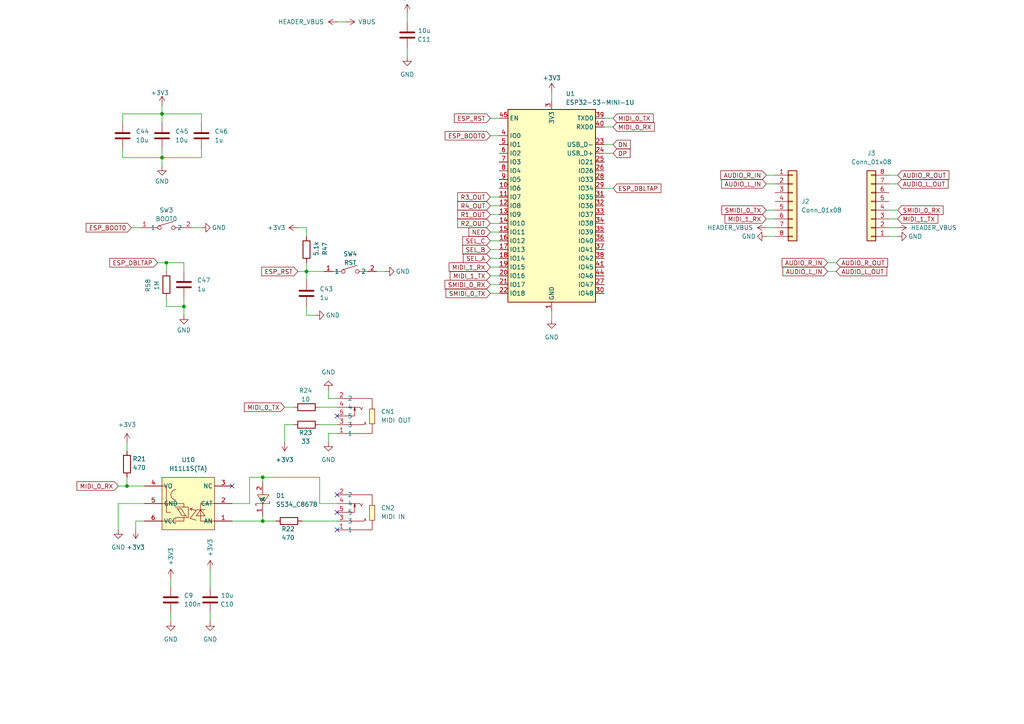
<source format=kicad_sch>
(kicad_sch (version 20250114) (generator "eeschema") (generator_version "9.0")
  (paper "A4")
  (junction (at 382.27 85.09))
  (junction (at 36.83 140.97))
  (junction (at 557.53 87.63))
  (junction (at 76.2 138.43))
  (junction (at 383.54 209.55))
  (junction (at 382.27 87.63))
  (junction (at 557.53 85.09))
  (junction (at 53.34 88.9))
  (junction (at 383.54 212.09))
  (junction (at 76.2 151.13))
  (junction (at 46.99 45.72))
  (junction (at 48.26 76.2))
  (junction (at 46.99 33.02))
  (junction (at 556.26 207.01))
  (junction (at -54.61 19.05))
  (junction (at 556.26 209.55))
  (junction (at 88.9 78.74))
  (no_connect (at 97.79 120.65))
  (no_connect (at 67.31 140.97))
  (no_connect (at 558.8 191.77))
  (no_connect (at 97.79 148.59))
  (no_connect (at 617.22 199.39))
  (no_connect (at 560.07 72.39))
  (no_connect (at 97.79 143.51))
  (no_connect (at -29.21 36.83))
  (no_connect (at 97.79 153.67))
  (no_connect (at -29.21 21.59))
  (no_connect (at 618.49 80.01))
  (no_connect (at 618.49 77.47))
  (wire (pts (xy 445.77 67.31) (xy 445.77 69.85)))
  (wire (pts (xy 142.24 85.09) (xy 144.78 85.09)))
  (wire (pts (xy 356.87 40.64) (xy 354.33 40.64)))
  (wire (pts (xy 222.25 50.8) (xy 224.79 50.8)))
  (wire (pts (xy 528.32 201.93) (xy 558.8 201.93)))
  (wire (pts (xy 528.32 132.08) (xy 624.84 132.08)))
  (wire (pts (xy -25.4 109.22) (xy -25.4 106.68)))
  (wire (pts (xy 222.25 63.5) (xy 224.79 63.5)))
  (wire (pts (xy 546.1 160.02) (xy 528.32 160.02)))
  (wire (pts (xy 449.58 148.59) (xy 355.6 148.59)))
  (wire (pts (xy -31.75 31.75) (xy -29.21 31.75)))
  (wire (pts (xy -31.75 29.21) (xy -29.21 29.21)))
  (wire (pts (xy 619.76 207.01) (xy 617.22 207.01)))
  (wire (pts (xy -55.88 73.66) (xy -53.34 73.66)))
  (wire (pts (xy 656.59 54.61) (xy 656.59 59.69)))
  (wire (pts (xy 356.87 12.7) (xy 354.33 12.7)))
  (wire (pts (xy 356.87 85.09) (xy 354.33 85.09)))
  (wire (pts (xy 260.35 60.96) (xy 257.81 60.96)))
  (wire (pts (xy 256.54 228.6) (xy 254 228.6)))
  (wire (pts (xy 292.1 231.14) (xy 292.1 228.6)))
  (wire (pts (xy 72.39 138.43) (xy 76.2 138.43)))
  (wire (pts (xy 622.3 146.05) (xy 622.3 194.31)))
  (wire (pts (xy 623.57 24.13) (xy 529.59 24.13)))
  (wire (pts (xy 358.14 167.64) (xy 355.6 167.64)))
  (wire (pts (xy -54.61 19.05) (xy -29.21 19.05)))
  (wire (pts (xy 95.25 113.03) (xy 95.25 115.57)))
  (wire (pts (xy 53.34 88.9) (xy 48.26 88.9)))
  (wire (pts (xy 645.16 57.15) (xy 645.16 59.69)))
  (wire (pts (xy 142.24 74.93) (xy 144.78 74.93)))
  (wire (pts (xy -35.56 119.38) (xy -35.56 116.84)))
  (wire (pts (xy 242.57 78.74) (xy 240.03 78.74)))
  (wire (pts (xy 224.79 228.6) (xy 224.79 226.06)))
  (wire (pts (xy 95.25 128.27) (xy 95.25 125.73)))
  (wire (pts (xy 624.84 132.08) (xy 624.84 196.85)))
  (wire (pts (xy 46.99 45.72) (xy 46.99 43.18)))
  (wire (pts (xy 557.53 74.93) (xy 560.07 74.93)))
  (wire (pts (xy 558.8 199.39) (xy 541.02 199.39)))
  (wire (pts (xy -36.83 24.13) (xy -39.37 24.13)))
  (wire (pts (xy 469.9 66.04) (xy 469.9 68.58)))
  (wire (pts (xy 356.87 -1.27) (xy 354.33 -1.27)))
  (wire (pts (xy 354.33 80.01) (xy 384.81 80.01)))
  (wire (pts (xy 36.83 128.27) (xy 36.83 130.81)))
  (wire (pts (xy 92.71 123.19) (xy 97.79 123.19)))
  (wire (pts (xy 358.14 111.76) (xy 355.6 111.76)))
  (wire (pts (xy 160.02 26.67) (xy 160.02 29.21)))
  (wire (pts (xy 560.07 69.85) (xy 547.37 69.85)))
  (wire (pts (xy 358.14 151.13) (xy 355.6 151.13)))
  (wire (pts (xy 92.71 146.05) (xy 92.71 138.43)))
  (wire (pts (xy 368.3 190.5) (xy 355.6 190.5)))
  (wire (pts (xy 560.07 82.55) (xy 557.53 82.55)))
  (wire (pts (xy 34.29 140.97) (xy 36.83 140.97)))
  (wire (pts (xy 450.85 10.16) (xy 450.85 74.93)))
  (wire (pts (xy -53.34 110.49) (xy -53.34 107.95)))
  (wire (pts (xy 118.11 3.81) (xy 118.11 6.35)))
  (wire (pts (xy 557.53 87.63) (xy 557.53 85.09)))
  (wire (pts (xy 655.32 176.53) (xy 655.32 181.61)))
  (wire (pts (xy 453.39 -3.81) (xy 354.33 -3.81)))
  (wire (pts (xy 482.6 184.15) (xy 482.6 189.23)))
  (wire (pts (xy 382.27 90.17) (xy 382.27 87.63)))
  (wire (pts (xy -43.18 97.79) (xy -45.72 97.79)))
  (wire (pts (xy 88.9 91.44) (xy 88.9 88.9)))
  (wire (pts (xy 369.57 72.39) (xy 369.57 52.07)))
  (wire (pts (xy 48.26 76.2) (xy 53.34 76.2)))
  (wire (pts (xy 447.04 191.77) (xy 447.04 194.31)))
  (wire (pts (xy -5.08 16.51) (xy -5.08 13.97)))
  (wire (pts (xy 621.03 85.09) (xy 618.49 85.09)))
  (wire (pts (xy 55.88 66.04) (xy 58.42 66.04)))
  (wire (pts (xy 356.87 57.15) (xy 354.33 57.15)))
  (wire (pts (xy 91.44 91.44) (xy 88.9 91.44)))
  (wire (pts (xy 46.99 48.26) (xy 46.99 45.72)))
  (wire (pts (xy 629.92 104.14) (xy 629.92 201.93)))
  (wire (pts (xy 530.86 151.13) (xy 528.32 151.13)))
  (wire (pts (xy 529.59 10.16) (xy 626.11 10.16)))
  (wire (pts (xy 49.53 177.8) (xy 49.53 180.34)))
  (wire (pts (xy 82.55 118.11) (xy 85.09 118.11)))
  (wire (pts (xy -17.78 81.28) (xy -20.32 81.28)))
  (wire (pts (xy 457.2 106.68) (xy 457.2 204.47)))
  (wire (pts (xy -31.75 26.67) (xy -29.21 26.67)))
  (wire (pts (xy 368.3 201.93) (xy 368.3 190.5)))
  (wire (pts (xy 443.23 77.47) (xy 453.39 77.47)))
  (wire (pts (xy 142.24 39.37) (xy 144.78 39.37)))
  (wire (pts (xy 373.38 194.31) (xy 373.38 162.56)))
  (wire (pts (xy -25.4 119.38) (xy -25.4 116.84)))
  (wire (pts (xy 384.81 77.47) (xy 367.03 77.47)))
  (wire (pts (xy 35.56 33.02) (xy 35.56 35.56)))
  (wire (pts (xy 58.42 33.02) (xy 58.42 35.56)))
  (wire (pts (xy 384.81 72.39) (xy 369.57 72.39)))
  (wire (pts (xy -55.88 19.05) (xy -54.61 19.05)))
  (wire (pts (xy 177.8 36.83) (xy 175.26 36.83)))
  (wire (pts (xy 448.31 24.13) (xy 354.33 24.13)))
  (wire (pts (xy 557.53 87.63) (xy 560.07 87.63)))
  (wire (pts (xy 292.1 228.6) (xy 289.56 228.6)))
  (wire (pts (xy 560.07 77.47) (xy 542.29 77.47)))
  (wire (pts (xy 448.31 72.39) (xy 448.31 24.13)))
  (wire (pts (xy 46.99 45.72) (xy 58.42 45.72)))
  (wire (pts (xy 530.86 190.5) (xy 528.32 190.5)))
  (wire (pts (xy 455.93 -17.78) (xy 455.93 80.01)))
  (wire (pts (xy 532.13 40.64) (xy 529.59 40.64)))
  (wire (pts (xy 481.33 76.2) (xy 481.33 78.74)))
  (wire (pts (xy 60.96 177.8) (xy 60.96 180.34)))
  (wire (pts (xy 222.25 228.6) (xy 219.71 228.6)))
  (wire (pts (xy 88.9 66.04) (xy 88.9 68.58)))
  (wire (pts (xy 82.55 123.19) (xy 85.09 123.19)))
  (wire (pts (xy -63.5 100.33) (xy -63.5 102.87)))
  (wire (pts (xy 386.08 207.01) (xy 383.54 207.01)))
  (wire (pts (xy 78.74 -2.54) (xy 81.28 -2.54)))
  (wire (pts (xy 542.29 66.04) (xy 529.59 66.04)))
  (wire (pts (xy 72.39 146.05) (xy 67.31 146.05)))
  (wire (pts (xy 49.53 167.64) (xy 49.53 170.18)))
  (wire (pts (xy 444.5 196.85) (xy 449.58 196.85)))
  (wire (pts (xy 384.81 69.85) (xy 372.11 69.85)))
  (wire (pts (xy 622.3 194.31) (xy 617.22 194.31)))
  (wire (pts (xy 142.24 67.31) (xy 144.78 67.31)))
  (wire (pts (xy 142.24 57.15) (xy 144.78 57.15)))
  (wire (pts (xy 382.27 74.93) (xy 384.81 74.93)))
  (wire (pts (xy 222.25 231.14) (xy 222.25 228.6)))
  (wire (pts (xy 88.9 78.74) (xy 88.9 81.28)))
  (wire (pts (xy 177.8 34.29) (xy 175.26 34.29)))
  (wire (pts (xy 358.14 195.58) (xy 355.6 195.58)))
  (wire (pts (xy 72.39 138.43) (xy 72.39 146.05)))
  (wire (pts (xy 623.57 72.39) (xy 623.57 24.13)))
  (wire (pts (xy 358.14 179.07) (xy 355.6 179.07)))
  (wire (pts (xy 558.8 194.31) (xy 546.1 194.31)))
  (wire (pts (xy 82.55 128.27) (xy 82.55 123.19)))
  (wire (pts (xy 386.08 196.85) (xy 370.84 196.85)))
  (wire (pts (xy 354.33 -17.78) (xy 455.93 -17.78)))
  (wire (pts (xy 372.11 38.1) (xy 354.33 38.1)))
  (wire (pts (xy 142.24 64.77) (xy 144.78 64.77)))
  (wire (pts (xy 452.12 134.62) (xy 452.12 199.39)))
  (wire (pts (xy 142.24 77.47) (xy 144.78 77.47)))
  (wire (pts (xy 222.25 68.58) (xy 224.79 68.58)))
  (wire (pts (xy 142.24 72.39) (xy 144.78 72.39)))
  (wire (pts (xy 626.11 10.16) (xy 626.11 74.93)))
  (wire (pts (xy 621.03 67.31) (xy 621.03 69.85)))
  (wire (pts (xy 91.44 -2.54) (xy 93.98 -2.54)))
  (wire (pts (xy 76.2 149.86) (xy 76.2 151.13)))
  (wire (pts (xy -66.04 113.03) (xy -63.5 113.03)))
  (wire (pts (xy 481.33 63.5) (xy 481.33 68.58)))
  (wire (pts (xy 356.87 -15.24) (xy 354.33 -15.24)))
  (wire (pts (xy 532.13 82.55) (xy 529.59 82.55)))
  (wire (pts (xy 142.24 62.23) (xy 144.78 62.23)))
  (wire (pts (xy 358.14 137.16) (xy 355.6 137.16)))
  (wire (pts (xy 532.13 85.09) (xy 529.59 85.09)))
  (wire (pts (xy 557.53 90.17) (xy 557.53 87.63)))
  (wire (pts (xy 356.87 54.61) (xy 354.33 54.61)))
  (wire (pts (xy 259.08 226.06) (xy 254 226.06)))
  (wire (pts (xy -17.78 66.04) (xy -20.32 66.04)))
  (wire (pts (xy 643.89 179.07) (xy 643.89 181.61)))
  (wire (pts (xy 556.26 212.09) (xy 556.26 209.55)))
  (wire (pts (xy 177.8 41.91) (xy 175.26 41.91)))
  (wire (pts (xy -29.21 41.91) (xy -54.61 41.91)))
  (wire (pts (xy 358.14 181.61) (xy 355.6 181.61)))
  (wire (pts (xy 619.76 209.55) (xy 617.22 209.55)))
  (wire (pts (xy 97.79 146.05) (xy 92.71 146.05)))
  (wire (pts (xy 358.14 109.22) (xy 355.6 109.22)))
  (wire (pts (xy 222.25 66.04) (xy 224.79 66.04)))
  (wire (pts (xy 34.29 153.67) (xy 34.29 146.05)))
  (wire (pts (xy 383.54 212.09) (xy 386.08 212.09)))
  (wire (pts (xy 35.56 45.72) (xy 46.99 45.72)))
  (wire (pts (xy 39.37 151.13) (xy 41.91 151.13)))
  (wire (pts (xy 369.57 52.07) (xy 354.33 52.07)))
  (wire (pts (xy 97.79 6.35) (xy 100.33 6.35)))
  (wire (pts (xy -29.21 16.51) (xy -31.75 16.51)))
  (wire (pts (xy 356.87 71.12) (xy 354.33 71.12)))
  (wire (pts (xy 383.54 212.09) (xy 383.54 209.55)))
  (wire (pts (xy 142.24 80.01) (xy 144.78 80.01)))
  (wire (pts (xy 445.77 69.85) (xy 443.23 69.85)))
  (wire (pts (xy 629.92 201.93) (xy 617.22 201.93)))
  (wire (pts (xy 41.91 140.97) (xy 36.83 140.97)))
  (wire (pts (xy 88.9 78.74) (xy 93.98 78.74)))
  (wire (pts (xy 444.5 201.93) (xy 454.66 201.93)))
  (wire (pts (xy 449.58 196.85) (xy 449.58 148.59)))
  (wire (pts (xy 557.53 85.09) (xy 560.07 85.09)))
  (wire (pts (xy 118.11 13.97) (xy 118.11 16.51)))
  (wire (pts (xy -7.62 16.51) (xy -5.08 16.51)))
  (wire (pts (xy 53.34 91.44) (xy 53.34 88.9)))
  (wire (pts (xy 532.13 43.18) (xy 529.59 43.18)))
  (wire (pts (xy 39.37 153.67) (xy 39.37 151.13)))
  (wire (pts (xy -7.62 44.45) (xy -5.08 44.45)))
  (wire (pts (xy -63.5 113.03) (xy -63.5 110.49)))
  (wire (pts (xy 557.53 82.55) (xy 557.53 85.09)))
  (wire (pts (xy 160.02 90.17) (xy 160.02 92.71)))
  (wire (pts (xy 528.32 146.05) (xy 622.3 146.05)))
  (wire (pts (xy 530.86 162.56) (xy 528.32 162.56)))
  (wire (pts (xy -53.34 81.28) (xy -68.58 81.28)))
  (wire (pts (xy 530.86 109.22) (xy 528.32 109.22)))
  (wire (pts (xy 471.17 186.69) (xy 471.17 189.23)))
  (wire (pts (xy -63.5 100.33) (xy -60.96 100.33)))
  (wire (pts (xy 86.36 66.04) (xy 88.9 66.04)))
  (wire (pts (xy 356.87 26.67) (xy 354.33 26.67)))
  (wire (pts (xy 48.26 88.9) (xy 48.26 86.36)))
  (wire (pts (xy 532.13 71.12) (xy 529.59 71.12)))
  (wire (pts (xy 260.35 66.04) (xy 257.81 66.04)))
  (wire (pts (xy 447.04 209.55) (xy 444.5 209.55)))
  (wire (pts (xy 222.25 60.96) (xy 224.79 60.96)))
  (wire (pts (xy 358.14 193.04) (xy 355.6 193.04)))
  (wire (pts (xy 530.86 193.04) (xy 528.32 193.04)))
  (wire (pts (xy 46.99 33.02) (xy 46.99 35.56)))
  (wire (pts (xy 530.86 106.68) (xy 528.32 106.68)))
  (wire (pts (xy 177.8 44.45) (xy 175.26 44.45)))
  (wire (pts (xy 373.38 162.56) (xy 355.6 162.56)))
  (wire (pts (xy 356.87 29.21) (xy 354.33 29.21)))
  (wire (pts (xy -31.75 34.29) (xy -29.21 34.29)))
  (wire (pts (xy 355.6 134.62) (xy 452.12 134.62)))
  (wire (pts (xy 88.9 76.2) (xy 88.9 78.74)))
  (wire (pts (xy 530.86 204.47) (xy 528.32 204.47)))
  (wire (pts (xy 58.42 45.72) (xy 58.42 43.18)))
  (wire (pts (xy 529.59 80.01) (xy 560.07 80.01)))
  (wire (pts (xy 259.08 228.6) (xy 259.08 226.06)))
  (wire (pts (xy 358.14 165.1) (xy 355.6 165.1)))
  (wire (pts (xy 36.83 140.97) (xy 36.83 138.43)))
  (wire (pts (xy 471.17 196.85) (xy 471.17 199.39)))
  (wire (pts (xy 231.14 226.06) (xy 233.68 226.06)))
  (wire (pts (xy 142.24 69.85) (xy 144.78 69.85)))
  (wire (pts (xy 356.87 82.55) (xy 354.33 82.55)))
  (wire (pts (xy 528.32 104.14) (xy 629.92 104.14)))
  (wire (pts (xy 356.87 -12.7) (xy 354.33 -12.7)))
  (wire (pts (xy 224.79 226.06) (xy 219.71 226.06)))
  (wire (pts (xy 358.14 207.01) (xy 355.6 207.01)))
  (wire (pts (xy 60.96 165.1) (xy 60.96 170.18)))
  (wire (pts (xy 356.87 1.27) (xy 354.33 1.27)))
  (wire (pts (xy 618.49 72.39) (xy 623.57 72.39)))
  (wire (pts (xy 109.22 78.74) (xy 111.76 78.74)))
  (wire (pts (xy -29.21 44.45) (xy -31.75 44.45)))
  (wire (pts (xy 367.03 77.47) (xy 367.03 66.04)))
  (wire (pts (xy 541.02 199.39) (xy 541.02 187.96)))
  (wire (pts (xy 35.56 45.72) (xy 35.56 43.18)))
  (wire (pts (xy 383.54 207.01) (xy 383.54 209.55)))
  (wire (pts (xy 556.26 209.55) (xy 558.8 209.55)))
  (wire (pts (xy 457.2 204.47) (xy 444.5 204.47)))
  (wire (pts (xy 358.14 123.19) (xy 355.6 123.19)))
  (wire (pts (xy 556.26 196.85) (xy 558.8 196.85)))
  (wire (pts (xy -35.56 109.22) (xy -35.56 106.68)))
  (wire (pts (xy 383.54 214.63) (xy 383.54 212.09)))
  (wire (pts (xy 556.26 204.47) (xy 556.26 207.01)))
  (wire (pts (xy 144.78 34.29) (xy 142.24 34.29)))
  (wire (pts (xy 556.26 207.01) (xy 558.8 207.01)))
  (wire (pts (xy -53.34 66.04) (xy -68.58 66.04)))
  (wire (pts (xy 53.34 76.2) (xy 53.34 78.74)))
  (wire (pts (xy 619.76 204.47) (xy 617.22 204.47)))
  (wire (pts (xy 556.26 209.55) (xy 556.26 207.01)))
  (wire (pts (xy 532.13 68.58) (xy 529.59 68.58)))
  (wire (pts (xy 532.13 15.24) (xy 529.59 15.24)))
  (wire (pts (xy 382.27 87.63) (xy 382.27 85.09)))
  (wire (pts (xy 445.77 85.09) (xy 443.23 85.09)))
  (wire (pts (xy 386.08 201.93) (xy 368.3 201.93)))
  (wire (pts (xy 530.86 148.59) (xy 528.32 148.59)))
  (wire (pts (xy 355.6 106.68) (xy 457.2 106.68)))
  (wire (pts (xy 356.87 68.58) (xy 354.33 68.58)))
  (wire (pts (xy 482.6 196.85) (xy 482.6 199.39)))
  (wire (pts (xy 547.37 38.1) (xy 529.59 38.1)))
  (wire (pts (xy 454.66 120.65) (xy 355.6 120.65)))
  (wire (pts (xy 530.86 165.1) (xy 528.32 165.1)))
  (wire (pts (xy 260.35 50.8) (xy 257.81 50.8)))
  (wire (pts (xy 358.14 139.7) (xy 355.6 139.7)))
  (wire (pts (xy 530.86 137.16) (xy 528.32 137.16)))
  (wire (pts (xy 45.72 76.2) (xy 48.26 76.2)))
  (wire (pts (xy 266.7 226.06) (xy 269.24 226.06)))
  (wire (pts (xy 53.34 86.36) (xy 53.34 88.9)))
  (wire (pts (xy 142.24 59.69) (xy 144.78 59.69)))
  (wire (pts (xy 655.32 189.23) (xy 655.32 191.77)))
  (wire (pts (xy 356.87 43.18) (xy 354.33 43.18)))
  (wire (pts (xy 35.56 33.02) (xy 46.99 33.02)))
  (wire (pts (xy 454.66 201.93) (xy 454.66 120.65)))
  (wire (pts (xy 76.2 138.43) (xy 76.2 139.7)))
  (wire (pts (xy 370.84 196.85) (xy 370.84 176.53)))
  (wire (pts (xy 97.79 151.13) (xy 87.63 151.13)))
  (wire (pts (xy 383.54 209.55) (xy 386.08 209.55)))
  (wire (pts (xy 447.04 212.09) (xy 444.5 212.09)))
  (wire (pts (xy 452.12 199.39) (xy 444.5 199.39)))
  (wire (pts (xy 367.03 66.04) (xy 354.33 66.04)))
  (wire (pts (xy 196.85 226.06) (xy 199.39 226.06)))
  (wire (pts (xy 447.04 194.31) (xy 444.5 194.31)))
  (wire (pts (xy 450.85 74.93) (xy 443.23 74.93)))
  (wire (pts (xy 643.89 189.23) (xy 643.89 191.77)))
  (wire (pts (xy 530.86 207.01) (xy 528.32 207.01)))
  (wire (pts (xy 542.29 77.47) (xy 542.29 66.04)))
  (wire (pts (xy -36.83 39.37) (xy -39.37 39.37)))
  (wire (pts (xy 260.35 68.58) (xy 257.81 68.58)))
  (wire (pts (xy 142.24 82.55) (xy 144.78 82.55)))
  (wire (pts (xy 455.93 80.01) (xy 443.23 80.01)))
  (wire (pts (xy 67.31 151.13) (xy 76.2 151.13)))
  (wire (pts (xy 289.56 226.06) (xy 292.1 226.06)))
  (wire (pts (xy 532.13 12.7) (xy 529.59 12.7)))
  (wire (pts (xy 269.24 228.6) (xy 259.08 228.6)))
  (wire (pts (xy 222.25 53.34) (xy 224.79 53.34)))
  (wire (pts (xy 34.29 146.05) (xy 41.91 146.05)))
  (wire (pts (xy 370.84 176.53) (xy 355.6 176.53)))
  (wire (pts (xy 624.84 196.85) (xy 617.22 196.85)))
  (wire (pts (xy 621.03 87.63) (xy 618.49 87.63)))
  (wire (pts (xy 260.35 63.5) (xy 257.81 63.5)))
  (wire (pts (xy 38.1 66.04) (xy 40.64 66.04)))
  (wire (pts (xy 48.26 76.2) (xy 48.26 78.74)))
  (wire (pts (xy 256.54 231.14) (xy 256.54 228.6)))
  (wire (pts (xy 532.13 26.67) (xy 529.59 26.67)))
  (wire (pts (xy 242.57 76.2) (xy 240.03 76.2)))
  (wire (pts (xy 233.68 228.6) (xy 224.79 228.6)))
  (wire (pts (xy 384.81 82.55) (xy 382.27 82.55)))
  (wire (pts (xy 645.16 67.31) (xy 645.16 69.85)))
  (wire (pts (xy 382.27 85.09) (xy 384.81 85.09)))
  (wire (pts (xy 382.27 82.55) (xy 382.27 85.09)))
  (wire (pts (xy 445.77 87.63) (xy 443.23 87.63)))
  (wire (pts (xy 355.6 204.47) (xy 386.08 204.47)))
  (wire (pts (xy 260.35 53.34) (xy 257.81 53.34)))
  (wire (pts (xy 95.25 125.73) (xy 97.79 125.73)))
  (wire (pts (xy 546.1 160.02) (xy 546.1 194.31)))
  (wire (pts (xy 619.76 191.77) (xy 617.22 191.77)))
  (wire (pts (xy 447.04 207.01) (xy 444.5 207.01)))
  (wire (pts (xy 46.99 30.48) (xy 46.99 33.02)))
  (wire (pts (xy 177.8 54.61) (xy 175.26 54.61)))
  (wire (pts (xy 372.11 69.85) (xy 372.11 38.1)))
  (wire (pts (xy -17.78 73.66) (xy -20.32 73.66)))
  (wire (pts (xy 621.03 82.55) (xy 618.49 82.55)))
  (wire (pts (xy 76.2 138.43) (xy 92.71 138.43)))
  (wire (pts (xy 558.8 204.47) (xy 556.26 204.47)))
  (wire (pts (xy 92.71 118.11) (xy 97.79 118.11)))
  (wire (pts (xy 621.03 69.85) (xy 618.49 69.85)))
  (wire (pts (xy -66.04 97.79) (xy -60.96 97.79)))
  (wire (pts (xy 358.14 209.55) (xy 355.6 209.55)))
  (wire (pts (xy 356.87 15.24) (xy 354.33 15.24)))
  (wire (pts (xy 453.39 77.47) (xy 453.39 -3.81)))
  (wire (pts (xy 469.9 76.2) (xy 469.9 78.74)))
  (wire (pts (xy 354.33 10.16) (xy 450.85 10.16)))
  (wire (pts (xy 443.23 72.39) (xy 448.31 72.39)))
  (wire (pts (xy 532.13 29.21) (xy 529.59 29.21)))
  (wire (pts (xy 626.11 74.93) (xy 618.49 74.93)))
  (wire (pts (xy 619.76 189.23) (xy 619.76 191.77)))
  (wire (pts (xy 541.02 187.96) (xy 528.32 187.96)))
  (wire (pts (xy 46.99 33.02) (xy 58.42 33.02)))
  (wire (pts (xy -5.08 44.45) (xy -5.08 46.99)))
  (wire (pts (xy 383.54 199.39) (xy 386.08 199.39)))
  (wire (pts (xy 547.37 69.85) (xy 547.37 38.1)))
  (wire (pts (xy 445.77 82.55) (xy 443.23 82.55)))
  (wire (pts (xy 386.08 194.31) (xy 373.38 194.31)))
  (wire (pts (xy 358.14 125.73) (xy 355.6 125.73)))
  (wire (pts (xy 530.86 134.62) (xy 528.32 134.62)))
  (wire (pts (xy 382.27 87.63) (xy 384.81 87.63)))
  (wire (pts (xy 358.14 153.67) (xy 355.6 153.67)))
  (wire (pts (xy -73.66 19.05) (xy -71.12 19.05)))
  (wire (pts (xy 95.25 115.57) (xy 97.79 115.57)))
  (wire (pts (xy 76.2 151.13) (xy 80.01 151.13)))
  (wire (pts (xy 88.9 78.74) (xy 86.36 78.74)))
  (wire (pts (xy 656.59 67.31) (xy 656.59 69.85)))
  (wire (pts (xy -54.61 41.91) (xy -54.61 19.05)))
  (global_label "AUDIO_L_OUT" (shape input) (at 260.35 53.34 0) (property "Intersheetrefs" "${INTERSHEET_REFS}" (effects (hide yes))))
  (global_label "SEL_B" (shape input) (at 142.24 72.39 180) (property "Intersheetrefs" "${INTERSHEET_REFS}" (effects (hide yes))))
  (global_label "AUDIO_R_OUT" (shape input) (at 260.35 50.8 0) (property "Intersheetrefs" "${INTERSHEET_REFS}" (effects (hide yes))))
  (global_label "AUDIO_L_OUT" (shape input) (at 242.57 78.74 0) (property "Intersheetrefs" "${INTERSHEET_REFS}" (effects (hide yes))))
  (global_label "SEL_B" (shape input) (at 445.77 85.09 0) (property "Intersheetrefs" "${INTERSHEET_REFS}" (effects (hide yes))))
  (global_label "DP" (shape input) (at 177.8 44.45 0) (property "Intersheetrefs" "${INTERSHEET_REFS}" (effects (hide yes))))
  (global_label "SEL_A" (shape input) (at 142.24 74.93 180) (property "Intersheetrefs" "${INTERSHEET_REFS}" (effects (hide yes))))
  (global_label "AUDIO_L_IN" (shape input) (at 240.03 78.74 180) (property "Intersheetrefs" "${INTERSHEET_REFS}" (effects (hide yes))))
  (global_label "MIDI_1_TX" (shape input) (at 260.35 63.5 0) (property "Intersheetrefs" "${INTERSHEET_REFS}" (effects (hide yes))))
  (global_label "R3_OUT" (shape input) (at 142.24 57.15 180) (property "Intersheetrefs" "${INTERSHEET_REFS}" (effects (hide yes))))
  (global_label "SEL_C" (shape input) (at 142.24 69.85 180) (property "Intersheetrefs" "${INTERSHEET_REFS}" (effects (hide yes))))
  (global_label "MIDI_1_RX" (shape input) (at 222.25 63.5 180) (property "Intersheetrefs" "${INTERSHEET_REFS}" (effects (hide yes))))
  (global_label "ESP_RST" (shape input) (at 142.24 34.29 180) (property "Intersheetrefs" "${INTERSHEET_REFS}" (effects (hide yes))))
  (global_label "SEL_A" (shape input) (at 447.04 207.01 0) (property "Intersheetrefs" "${INTERSHEET_REFS}" (effects (hide yes))))
  (global_label "MIDI_0_RX" (shape input) (at 34.29 140.97 180) (property "Intersheetrefs" "${INTERSHEET_REFS}" (effects (hide yes))))
  (global_label "DP" (shape input) (at -17.78 81.28 0) (property "Intersheetrefs" "${INTERSHEET_REFS}" (effects (hide yes))))
  (global_label "DN_PRE" (shape input) (at -31.75 26.67 180) (property "Intersheetrefs" "${INTERSHEET_REFS}" (effects (hide yes))))
  (global_label "SEL_B" (shape input) (at 621.03 85.09 0) (property "Intersheetrefs" "${INTERSHEET_REFS}" (effects (hide yes))))
  (global_label "SEL_B" (shape input) (at 447.04 209.55 0) (property "Intersheetrefs" "${INTERSHEET_REFS}" (effects (hide yes))))
  (global_label "AUDIO_R_OUT" (shape input) (at 242.57 76.2 0) (property "Intersheetrefs" "${INTERSHEET_REFS}" (effects (hide yes))))
  (global_label "MIDI_1_TX" (shape input) (at 142.24 80.01 180) (property "Intersheetrefs" "${INTERSHEET_REFS}" (effects (hide yes))))
  (global_label "AUDIO_R_IN" (shape input) (at 222.25 50.8 180) (property "Intersheetrefs" "${INTERSHEET_REFS}" (effects (hide yes))))
  (global_label "NEO" (shape input) (at 142.24 67.31 180) (property "Intersheetrefs" "${INTERSHEET_REFS}" (effects (hide yes))))
  (global_label "ESP_DBLTAP" (shape input) (at 177.8 54.61 0) (property "Intersheetrefs" "${INTERSHEET_REFS}" (effects (hide yes))))
  (global_label "AUDIO_R_IN" (shape input) (at 240.03 76.2 180) (property "Intersheetrefs" "${INTERSHEET_REFS}" (effects (hide yes))))
  (global_label "SEL_C" (shape input) (at 619.76 209.55 0) (property "Intersheetrefs" "${INTERSHEET_REFS}" (effects (hide yes))))
  (global_label "R4_OUT" (shape input) (at 142.24 59.69 180) (property "Intersheetrefs" "${INTERSHEET_REFS}" (effects (hide yes))))
  (global_label "R1_OUT" (shape input) (at 382.27 74.93 180) (property "Intersheetrefs" "${INTERSHEET_REFS}" (effects (hide yes))))
  (global_label "ESP_DBLTAP" (shape input) (at 45.72 76.2 180) (property "Intersheetrefs" "${INTERSHEET_REFS}" (effects (hide yes))))
  (global_label "ESP_RST" (shape input) (at 86.36 78.74 180) (property "Intersheetrefs" "${INTERSHEET_REFS}" (effects (hide yes))))
  (global_label "SEL_C" (shape input) (at 445.77 87.63 0) (property "Intersheetrefs" "${INTERSHEET_REFS}" (effects (hide yes))))
  (global_label "DN" (shape input) (at -17.78 66.04 0) (property "Intersheetrefs" "${INTERSHEET_REFS}" (effects (hide yes))))
  (global_label "MIDI_0_TX" (shape input) (at 82.55 118.11 180) (property "Intersheetrefs" "${INTERSHEET_REFS}" (effects (hide yes))))
  (global_label "DN_PRE" (shape input) (at -31.75 31.75 180) (property "Intersheetrefs" "${INTERSHEET_REFS}" (effects (hide yes))))
  (global_label "SMIDI_0_TX" (shape input) (at 142.24 85.09 180) (property "Intersheetrefs" "${INTERSHEET_REFS}" (effects (hide yes))))
  (global_label "SEL_A" (shape input) (at 445.77 82.55 0) (property "Intersheetrefs" "${INTERSHEET_REFS}" (effects (hide yes))))
  (global_label "SEL_C" (shape input) (at 621.03 87.63 0) (property "Intersheetrefs" "${INTERSHEET_REFS}" (effects (hide yes))))
  (global_label "SMIDI_0_TX" (shape input) (at 222.25 60.96 180) (property "Intersheetrefs" "${INTERSHEET_REFS}" (effects (hide yes))))
  (global_label "SEL_A" (shape input) (at 621.03 82.55 0) (property "Intersheetrefs" "${INTERSHEET_REFS}" (effects (hide yes))))
  (global_label "SMIDI_0_RX" (shape input) (at 142.24 82.55 180) (property "Intersheetrefs" "${INTERSHEET_REFS}" (effects (hide yes))))
  (global_label "MIDI_0_RX" (shape input) (at 177.8 36.83 0) (property "Intersheetrefs" "${INTERSHEET_REFS}" (effects (hide yes))))
  (global_label "SEL_B" (shape input) (at 619.76 207.01 0) (property "Intersheetrefs" "${INTERSHEET_REFS}" (effects (hide yes))))
  (global_label "R3_OUT" (shape input) (at 383.54 199.39 180) (property "Intersheetrefs" "${INTERSHEET_REFS}" (effects (hide yes))))
  (global_label "R4_OUT" (shape input) (at 556.26 196.85 180) (property "Intersheetrefs" "${INTERSHEET_REFS}" (effects (hide yes))))
  (global_label "R2_OUT" (shape input) (at 142.24 64.77 180) (property "Intersheetrefs" "${INTERSHEET_REFS}" (effects (hide yes))))
  (global_label "R2_OUT" (shape input) (at 557.53 74.93 180) (property "Intersheetrefs" "${INTERSHEET_REFS}" (effects (hide yes))))
  (global_label "MIDI_0_TX" (shape input) (at 177.8 34.29 0) (property "Intersheetrefs" "${INTERSHEET_REFS}" (effects (hide yes))))
  (global_label "ESP_BOOT0" (shape input) (at 142.24 39.37 180) (property "Intersheetrefs" "${INTERSHEET_REFS}" (effects (hide yes))))
  (global_label "DN" (shape input) (at 177.8 41.91 0) (property "Intersheetrefs" "${INTERSHEET_REFS}" (effects (hide yes))))
  (global_label "R1_OUT" (shape input) (at 142.24 62.23 180) (property "Intersheetrefs" "${INTERSHEET_REFS}" (effects (hide yes))))
  (global_label "DN_PRE" (shape input) (at -68.58 66.04 180) (property "Intersheetrefs" "${INTERSHEET_REFS}" (effects (hide yes))))
  (global_label "AUDIO_L_IN" (shape input) (at 222.25 53.34 180) (property "Intersheetrefs" "${INTERSHEET_REFS}" (effects (hide yes))))
  (global_label "MIDI_1_RX" (shape input) (at 142.24 77.47 180) (property "Intersheetrefs" "${INTERSHEET_REFS}" (effects (hide yes))))
  (global_label "NEO" (shape input) (at 292.1 226.06 0) (property "Intersheetrefs" "${INTERSHEET_REFS}" (effects (hide yes))))
  (global_label "DP_PRE" (shape input) (at -31.75 29.21 180) (property "Intersheetrefs" "${INTERSHEET_REFS}" (effects (hide yes))))
  (global_label "SEL_C" (shape input) (at 447.04 212.09 0) (property "Intersheetrefs" "${INTERSHEET_REFS}" (effects (hide yes))))
  (global_label "ESP_BOOT0" (shape input) (at 38.1 66.04 180) (property "Intersheetrefs" "${INTERSHEET_REFS}" (effects (hide yes))))
  (global_label "SMIDI_0_RX" (shape input) (at 260.35 60.96 0) (property "Intersheetrefs" "${INTERSHEET_REFS}" (effects (hide yes))))
  (global_label "SEL_A" (shape input) (at 619.76 204.47 0) (property "Intersheetrefs" "${INTERSHEET_REFS}" (effects (hide yes))))
  (global_label "DP_PRE" (shape input) (at -31.75 34.29 180) (property "Intersheetrefs" "${INTERSHEET_REFS}" (effects (hide yes))))
  (global_label "DP_PRE" (shape input) (at -68.58 81.28 180) (property "Intersheetrefs" "${INTERSHEET_REFS}" (effects (hide yes))))
  (symbol (lib_id "power:GND") (at 382.27 90.17 0) (unit 1)
    (property "Reference" "#PWR018" (effects (hide yes)))
    (property "Value" "GND" (at 382.27 96.52 0))
    (property "Description" "Power symbol creates a global label with name \"GND\" , ground" (effects (hide yes)))
  )
  (symbol (lib_id "power:GND") (at -39.37 24.13 270) (mirror x) (unit 1)
    (property "Reference" "#PWR023" (effects (hide yes)))
    (property "Value" "GND" (at -44.45 24.13 90))
    (property "Description" "Power symbol creates a global label with name \"GND\" , ground" (effects (hide yes)))
  )
  (symbol (lib_id "easyeda2kicad:JK-NSMD050-30V") (at -63.5 19.05 180) (unit 1)
    (property "Reference" "F1" (at -63.5 25.4 0))
    (property "Value" "BSMD1206-200-6V" (at -63.5 22.86 0))
    (property "Footprint" "easyeda2kicad:F1206" (effects (hide yes)))
    (property "LCSC Part" "C883134" (effects (hide yes)))
  )
  (symbol (lib_id "Device:R") (at -63.5 106.68 0) (unit 1)
    (property "Reference" "R4" (at -68.834 106.934 90))
    (property "Value" "10K" (at -66.294 106.934 90))
    (property "Footprint" "Resistor_SMD:R_0402_1005Metric" (effects (hide yes)))
    (property "Description" "Resistor" (effects (hide yes)))
  )
  (symbol (lib_id "Device:C") (at 88.9 85.09 0) (unit 1)
    (property "Reference" "C43" (at 92.71 83.8199 0) (effects (justify left)))
    (property "Value" "1u" (at 92.71 86.3599 0) (effects (justify left)))
    (property "Footprint" "Capacitor_SMD:C_0402_1005Metric" (effects (hide yes)))
    (property "Description" "Unpolarized capacitor" (effects (hide yes)))
  )
  (symbol (lib_id "Regulator_Linear:AP2112K-3.3") (at -53.34 100.33 0) (unit 1)
    (property "Reference" "U2" (at -53.34 92.71 0))
    (property "Value" "AP2112K-3.3" (at -53.34 95.25 0))
    (property "Footprint" "Package_TO_SOT_SMD:SOT-23-5" (effects (hide yes)))
    (property "Datasheet" "https://www.diodes.com/assets/Datasheets/AP2112.pdf" (effects (hide yes)))
    (property "Description" "600mA low dropout linear regulator, with enable pin, 3.8V-6V input voltage range, 3.3V fixed positive output, SOT-23-5" (effects (hide yes)))
  )
  (symbol (lib_id "power:+3V3") (at 356.87 57.15 270) (unit 1)
    (property "Reference" "#PWR05" (effects (hide yes)))
    (property "Value" "+3V3" (at 360.68 57.1501 90) (effects (justify left)))
    (property "Description" "Power symbol creates a global label with name \"+3V3\"" (effects (hide yes)))
  )
  (symbol (lib_id "power:VCC") (at 481.33 63.5 0) (unit 1)
    (property "Reference" "#PWR028" (effects (hide yes)))
    (property "Value" "+3V3" (at 481.33 59.944 90) (effects (justify left)))
    (property "Description" "Power symbol creates a global label with name \"VCC\"" (effects (hide yes)))
  )
  (symbol (lib_id "power:GND") (at 222.25 231.14 0) (mirror y) (unit 1)
    (property "Reference" "#PWR088" (effects (hide yes)))
    (property "Value" "GND" (at 222.25 236.22 0))
    (property "Description" "Power symbol creates a global label with name \"GND\" , ground" (effects (hide yes)))
  )
  (symbol (lib_id "Connector_Generic:Conn_01x08") (at 252.73 60.96 180) (unit 1)
    (property "Reference" "J3" (at 252.73 44.45 0))
    (property "Value" "Conn_01x08" (at 252.73 46.99 0))
    (property "Footprint" "easyeda2kicad:HDR-SMD_8P-P2.54-H-F-L11.5" (effects (hide yes)))
    (property "Description" "Generic connector, single row, 01x08, script generated (kicad-library-utils/schlib/autogen/connector/)" (effects (hide yes)))
  )
  (symbol (lib_id "power:GND") (at 530.86 134.62 90) (unit 1)
    (property "Reference" "#PWR092" (effects (hide yes)))
    (property "Value" "GND" (at 534.67 134.6201 90) (effects (justify right)))
    (property "Description" "Power symbol creates a global label with name \"GND\" , ground" (effects (hide yes)))
  )
  (symbol (lib_id "power:GND") (at 358.14 109.22 90) (unit 1)
    (property "Reference" "#PWR058" (effects (hide yes)))
    (property "Value" "GND" (at 361.95 109.2201 90) (effects (justify right)))
    (property "Description" "Power symbol creates a global label with name \"GND\" , ground" (effects (hide yes)))
  )
  (symbol (lib_id "power:VBUS") (at -25.4 106.68 0) (unit 1)
    (property "Reference" "#PWR046" (effects (hide yes)))
    (property "Value" "VBUS" (at -25.4 100.584 90))
    (property "Description" "Power symbol creates a global label with name \"VBUS\"" (effects (hide yes)))
  )
  (symbol (lib_id "power:GND") (at 356.87 82.55 90) (unit 1)
    (property "Reference" "#PWR02" (effects (hide yes)))
    (property "Value" "GND" (at 360.68 82.5501 90) (effects (justify right)))
    (property "Description" "Power symbol creates a global label with name \"GND\" , ground" (effects (hide yes)))
  )
  (symbol (lib_id "power:+3V3") (at 447.04 191.77 0) (unit 1)
    (property "Reference" "#PWR076" (effects (hide yes)))
    (property "Value" "+3V3" (at 447.04 187.96 0))
    (property "Description" "Power symbol creates a global label with name \"+3V3\"" (effects (hide yes)))
  )
  (symbol (lib_id "power:VBUS") (at 222.25 66.04 90) (unit 1)
    (property "Reference" "#PWR0116" (effects (hide yes)))
    (property "Value" "HEADER_VBUS" (at 218.44 66.0399 90) (effects (justify left)))
    (property "Description" "Power symbol creates a global label with name \"VBUS\"" (effects (hide yes)))
  )
  (symbol (lib_id "power:VCC") (at 266.7 226.06 90) (unit 1)
    (property "Reference" "#PWR080" (effects (hide yes)))
    (property "Value" "+3V3" (at 263.144 226.06 90) (effects (justify left)))
    (property "Description" "Power symbol creates a global label with name \"VCC\"" (effects (hide yes)))
  )
  (symbol (lib_id "easyeda2kicad:SLSS49E-3") (at 347.98 193.04 180) (unit 1)
    (property "Reference" "H21" (at 341.63 194.3101 0) (effects (justify left)))
    (property "Value" "SLSS49E-3" (at 341.63 191.7701 0) (effects (justify left)))
    (property "Footprint" "easyeda2kicad:SOT-23-3_L2.9-W1.6-P1.90-LS2.8-BR-CW" (effects (hide yes)))
    (property "LCSC Part" "C2904393" (effects (hide yes)))
  )
  (symbol (lib_id "power:+3V3") (at 530.86 151.13 270) (unit 1)
    (property "Reference" "#PWR096" (effects (hide yes)))
    (property "Value" "+3V3" (at 534.67 151.1301 90) (effects (justify left)))
    (property "Description" "Power symbol creates a global label with name \"+3V3\"" (effects (hide yes)))
  )
  (symbol (lib_id "easyeda2kicad:CD4051BM96") (at 589.28 78.74 0) (unit 1)
    (property "Reference" "U5" (at 589.28 63.5 0))
    (property "Value" "CD4051BM96" (at 589.28 66.04 0))
    (property "Footprint" "easyeda2kicad:SOIC-16_L9.9-W3.9-P1.27-LS6.0-BL" (effects (hide yes)))
    (property "Datasheet" "https://lcsc.com/product-detail/4000-Series_TI_CD4051BM96_CD4051BM96_C21379.html" (effects (hide yes)))
    (property "LCSC Part" "C21379" (effects (hide yes)))
  )
  (symbol (lib_id "power:GND") (at -55.88 73.66 270) (mirror x) (unit 1)
    (property "Reference" "#PWR0120" (effects (hide yes)))
    (property "Value" "GND" (at -60.96 73.66 90))
    (property "Description" "Power symbol creates a global label with name \"GND\" , ground" (effects (hide yes)))
  )
  (symbol (lib_id "power:GND") (at 358.14 207.01 90) (unit 1)
    (property "Reference" "#PWR081" (effects (hide yes)))
    (property "Value" "GND" (at 361.95 207.0101 90) (effects (justify right)))
    (property "Description" "Power symbol creates a global label with name \"GND\" , ground" (effects (hide yes)))
  )
  (symbol (lib_id "power:VBUS") (at -66.04 97.79 90) (unit 1)
    (property "Reference" "#PWR090" (effects (hide yes)))
    (property "Value" "VBUS" (at -72.136 97.79 90))
    (property "Description" "Power symbol creates a global label with name \"VBUS\"" (effects (hide yes)))
  )
  (symbol (lib_id "power:+3V3") (at 532.13 85.09 270) (unit 1)
    (property "Reference" "#PWR055" (effects (hide yes)))
    (property "Value" "+3V3" (at 535.94 85.0901 90) (effects (justify left)))
    (property "Description" "Power symbol creates a global label with name \"+3V3\"" (effects (hide yes)))
  )
  (symbol (lib_id "power:GND") (at 358.14 193.04 90) (unit 1)
    (property "Reference" "#PWR077" (effects (hide yes)))
    (property "Value" "GND" (at 361.95 193.0401 90) (effects (justify right)))
    (property "Description" "Power symbol creates a global label with name \"GND\" , ground" (effects (hide yes)))
  )
  (symbol (lib_id "power:GND") (at 91.44 91.44 90) (mirror x) (unit 1)
    (property "Reference" "#PWR0137" (effects (hide yes)))
    (property "Value" "GND" (at 96.52 91.44 90))
    (property "Description" "Power symbol creates a global label with name \"GND\" , ground" (effects (hide yes)))
  )
  (symbol (lib_id "power:+3V3") (at 530.86 165.1 270) (unit 1)
    (property "Reference" "#PWR099" (effects (hide yes)))
    (property "Value" "+3V3" (at 534.67 165.1001 90) (effects (justify left)))
    (property "Description" "Power symbol creates a global label with name \"+3V3\"" (effects (hide yes)))
  )
  (symbol (lib_id "power:GND") (at -31.75 44.45 270) (mirror x) (unit 1)
    (property "Reference" "#PWR022" (effects (hide yes)))
    (property "Value" "GND" (at -36.83 44.45 0))
    (property "Description" "Power symbol creates a global label with name \"GND\" , ground" (effects (hide yes)))
  )
  (symbol (lib_id "power:GND") (at 530.86 204.47 90) (unit 1)
    (property "Reference" "#PWR0109" (effects (hide yes)))
    (property "Value" "GND" (at 534.67 204.4701 90) (effects (justify right)))
    (property "Description" "Power symbol creates a global label with name \"GND\" , ground" (effects (hide yes)))
  )
  (symbol (lib_id "power:GND") (at 160.02 92.71 0) (mirror y) (unit 1)
    (property "Reference" "#PWR0133" (effects (hide yes)))
    (property "Value" "GND" (at 160.02 97.79 0))
    (property "Description" "Power symbol creates a global label with name \"GND\" , ground" (effects (hide yes)))
  )
  (symbol (lib_id "Connector_Generic:Conn_01x08") (at 229.87 58.42 0) (unit 1)
    (property "Reference" "J2" (at 232.41 58.4199 0) (effects (justify left)))
    (property "Value" "Conn_01x08" (at 232.41 60.9599 0) (effects (justify left)))
    (property "Footprint" "easyeda2kicad:HDR-SMD_8P-P2.54-H-F-L11.5" (effects (hide yes)))
    (property "Description" "Generic connector, single row, 01x08, script generated (kicad-library-utils/schlib/autogen/connector/)" (effects (hide yes)))
  )
  (symbol (lib_id "easyeda2kicad:SK6812MINI-E_C5149201") (at 209.55 227.33 0) (unit 1)
    (property "Reference" "LED3" (at 209.55 218.44 0))
    (property "Value" "SK6812MINI-E_C5149201" (at 209.55 220.98 0))
    (property "Footprint" "easyeda2kicad:LED-SMD_L3.2-W2.8-LS5.9_SK6812MINI-E" (effects (hide yes)))
    (property "LCSC Part" "C5149201" (effects (hide yes)))
  )
  (symbol (lib_id "power:GND") (at 482.6 199.39 0) (mirror y) (unit 1)
    (property "Reference" "#PWR038" (effects (hide yes)))
    (property "Value" "GND" (at 482.6 204.47 0))
    (property "Description" "Power symbol creates a global label with name \"GND\" , ground" (effects (hide yes)))
  )
  (symbol (lib_id "Device:C") (at 469.9 72.39 180) (unit 1)
    (property "Reference" "C2" (at 473.71 71.1199 0) (effects (justify right)))
    (property "Value" "100n" (at 473.71 73.6599 0) (effects (justify right)))
    (property "Footprint" "Capacitor_SMD:C_0402_1005Metric" (effects (hide yes)))
    (property "Description" "Unpolarized capacitor" (effects (hide yes)))
  )
  (symbol (lib_id "easyeda2kicad:SK6812MINI-E_C5149201") (at 243.84 227.33 0) (unit 1)
    (property "Reference" "LED1" (at 243.84 218.44 0))
    (property "Value" "SK6812MINI-E_C5149201" (at 243.84 220.98 0))
    (property "Footprint" "easyeda2kicad:LED-SMD_L3.2-W2.8-LS5.9_SK6812MINI-E" (effects (hide yes)))
    (property "LCSC Part" "C5149201" (effects (hide yes)))
  )
  (symbol (lib_id "power:GND") (at 53.34 91.44 0) (mirror y) (unit 1)
    (property "Reference" "#PWR0136" (effects (hide yes)))
    (property "Value" "GND" (at 53.34 95.758 0))
    (property "Description" "Power symbol creates a global label with name \"GND\" , ground" (effects (hide yes)))
  )
  (symbol (lib_id "power:GND") (at 46.99 48.26 0) (mirror y) (unit 1)
    (property "Reference" "#PWR0139" (effects (hide yes)))
    (property "Value" "GND" (at 46.99 52.578 0))
    (property "Description" "Power symbol creates a global label with name \"GND\" , ground" (effects (hide yes)))
  )
  (symbol (lib_id "Device:C") (at -25.4 113.03 0) (unit 1)
    (property "Reference" "C25" (at -18.542 114.3 0) (effects (justify right)))
    (property "Value" "10u" (at -18.542 111.76 0) (effects (justify right)))
    (property "Footprint" "Capacitor_SMD:C_0402_1005Metric" (effects (hide yes)))
    (property "Description" "Unpolarized capacitor" (effects (hide yes)))
  )
  (symbol (lib_id "power:GND") (at 532.13 82.55 90) (unit 1)
    (property "Reference" "#PWR053" (effects (hide yes)))
    (property "Value" "GND" (at 535.94 82.5501 90) (effects (justify right)))
    (property "Description" "Power symbol creates a global label with name \"GND\" , ground" (effects (hide yes)))
  )
  (symbol (lib_id "Device:R") (at -33.02 24.13 90) (unit 1)
    (property "Reference" "R3" (at -50.038 22.098 90))
    (property "Value" "5.1k" (at -50.038 24.638 90))
    (property "Footprint" "Resistor_SMD:R_0402_1005Metric" (effects (hide yes)))
    (property "Description" "Resistor" (effects (hide yes)))
  )
  (symbol (lib_id "power:GND") (at 60.96 180.34 0) (mirror y) (unit 1)
    (property "Reference" "#PWR072" (effects (hide yes)))
    (property "Value" "GND" (at 60.96 185.42 0))
    (property "Description" "Power symbol creates a global label with name \"GND\" , ground" (effects (hide yes)))
  )
  (symbol (lib_id "power:+3V3") (at 530.86 137.16 270) (unit 1)
    (property "Reference" "#PWR093" (effects (hide yes)))
    (property "Value" "+3V3" (at 534.67 137.1601 90) (effects (justify left)))
    (property "Description" "Power symbol creates a global label with name \"+3V3\"" (effects (hide yes)))
  )
  (symbol (lib_id "power:VBUS") (at 78.74 -2.54 90) (unit 1)
    (property "Reference" "#PWR091" (effects (hide yes)))
    (property "Value" "USB_VBUS" (at 71.12 -2.54 90))
    (property "Description" "Power symbol creates a global label with name \"VBUS\"" (effects (hide yes)))
  )
  (symbol (lib_id "easyeda2kicad:SLSS49E-3") (at 521.97 82.55 180) (unit 1)
    (property "Reference" "H12" (at 515.62 83.8201 0) (effects (justify left)))
    (property "Value" "SLSS49E-3" (at 515.62 81.2801 0) (effects (justify left)))
    (property "Footprint" "easyeda2kicad:SOT-23-3_L2.9-W1.6-P1.90-LS2.8-BR-CW" (effects (hide yes)))
    (property "LCSC Part" "C2904393" (effects (hide yes)))
  )
  (symbol (lib_id "power:VBUS") (at 97.79 6.35 90) (unit 1)
    (property "Reference" "#PWR097" (effects (hide yes)))
    (property "Value" "HEADER_VBUS" (at 93.98 6.3499 90) (effects (justify left)))
    (property "Description" "Power symbol creates a global label with name \"VBUS\"" (effects (hide yes)))
  )
  (symbol (lib_id "power:GND") (at 95.25 128.27 0) (mirror y) (unit 1)
    (property "Reference" "#PWR033" (effects (hide yes)))
    (property "Value" "GND" (at 95.25 133.35 0))
    (property "Description" "Power symbol creates a global label with name \"GND\" , ground" (effects (hide yes)))
  )
  (symbol (lib_id "easyeda2kicad:PJ-327A5JJ") (at 102.87 120.65 180) (unit 1)
    (property "Reference" "CN1" (at 110.49 119.3799 0) (effects (justify right)))
    (property "Value" "MIDI OUT" (at 110.49 121.9199 0) (effects (justify right)))
    (property "Footprint" "easyeda2kicad:AUDIO-SMD_PJ-327A5JJ" (effects (hide yes)))
    (property "Datasheet" "https://lcsc.com/product-detail/Audio-Video-Connectors_SHOU-HAN-PJ-327A-5JJ_C668605.html" (effects (hide yes)))
    (property "LCSC Part" "C668605" (effects (hide yes)))
  )
  (symbol (lib_id "power:+3V3") (at 39.37 153.67 0) (mirror x) (unit 1)
    (property "Reference" "#PWR045" (effects (hide yes)))
    (property "Value" "+3V3" (at 39.37 158.75 0))
    (property "Description" "Power symbol creates a global label with name \"+3V3\"" (effects (hide yes)))
  )
  (symbol (lib_id "power:GND") (at 383.54 214.63 0) (unit 1)
    (property "Reference" "#PWR084" (effects (hide yes)))
    (property "Value" "GND" (at 383.54 220.98 0))
    (property "Description" "Power symbol creates a global label with name \"GND\" , ground" (effects (hide yes)))
  )
  (symbol (lib_id "Device:R") (at 88.9 123.19 90) (unit 1)
    (property "Reference" "R23" (at 88.646 125.476 90))
    (property "Value" "33" (at 88.646 128.016 90))
    (property "Footprint" "Resistor_SMD:R_0402_1005Metric" (effects (hide yes)))
    (property "Description" "Resistor" (effects (hide yes)))
  )
  (symbol (lib_id "Device:R") (at 83.82 151.13 90) (unit 1)
    (property "Reference" "R22" (at 83.566 153.416 90))
    (property "Value" "470" (at 83.566 155.956 90))
    (property "Footprint" "Resistor_SMD:R_0402_1005Metric" (effects (hide yes)))
    (property "Description" "Resistor" (effects (hide yes)))
  )
  (symbol (lib_id "power:GND") (at 532.13 12.7 90) (unit 1)
    (property "Reference" "#PWR036" (effects (hide yes)))
    (property "Value" "GND" (at 535.94 12.7001 90) (effects (justify right)))
    (property "Description" "Power symbol creates a global label with name \"GND\" , ground" (effects (hide yes)))
  )
  (symbol (lib_id "Device:R") (at 36.83 134.62 180) (unit 1)
    (property "Reference" "R21" (at 40.386 133.096 0))
    (property "Value" "470" (at 40.386 135.636 0))
    (property "Footprint" "Resistor_SMD:R_0402_1005Metric" (effects (hide yes)))
    (property "Description" "Resistor" (effects (hide yes)))
  )
  (symbol (lib_id "power:+3V3") (at 619.76 189.23 0) (unit 1)
    (property "Reference" "#PWR0104" (effects (hide yes)))
    (property "Value" "+3V3" (at 619.76 185.42 0))
    (property "Description" "Power symbol creates a global label with name \"+3V3\"" (effects (hide yes)))
  )
  (symbol (lib_id "Device:C") (at -35.56 113.03 0) (unit 1)
    (property "Reference" "C24" (at -28.702 114.3 0) (effects (justify right)))
    (property "Value" "10u" (at -28.702 111.76 0) (effects (justify right)))
    (property "Footprint" "Capacitor_SMD:C_0402_1005Metric" (effects (hide yes)))
    (property "Description" "Unpolarized capacitor" (effects (hide yes)))
  )
  (symbol (lib_id "power:GND") (at 356.87 40.64 90) (unit 1)
    (property "Reference" "#PWR08" (effects (hide yes)))
    (property "Value" "GND" (at 360.68 40.6401 90) (effects (justify right)))
    (property "Description" "Power symbol creates a global label with name \"GND\" , ground" (effects (hide yes)))
  )
  (symbol (lib_id "power:GND") (at 356.87 68.58 90) (unit 1)
    (property "Reference" "#PWR04" (effects (hide yes)))
    (property "Value" "GND" (at 360.68 68.5801 90) (effects (justify right)))
    (property "Description" "Power symbol creates a global label with name \"GND\" , ground" (effects (hide yes)))
  )
  (symbol (lib_id "Device:C") (at 60.96 173.99 0) (unit 1)
    (property "Reference" "C10" (at 67.818 175.26 0) (effects (justify right)))
    (property "Value" "10u" (at 67.818 172.72 0) (effects (justify right)))
    (property "Footprint" "Capacitor_SMD:C_0402_1005Metric" (effects (hide yes)))
    (property "Description" "Unpolarized capacitor" (effects (hide yes)))
  )
  (symbol (lib_id "power:VCC") (at -35.56 106.68 0) (unit 1)
    (property "Reference" "#PWR0129" (effects (hide yes)))
    (property "Value" "+3V3" (at -35.56 102.616 0))
    (property "Description" "Power symbol creates a global label with name \"VCC\"" (effects (hide yes)))
  )
  (symbol (lib_id "easyeda2kicad:PJ-327A5JJ") (at 102.87 148.59 180) (unit 1)
    (property "Reference" "CN2" (at 110.49 147.3199 0) (effects (justify right)))
    (property "Value" "MIDI IN" (at 110.49 149.8599 0) (effects (justify right)))
    (property "Footprint" "easyeda2kicad:AUDIO-SMD_PJ-327A5JJ" (effects (hide yes)))
    (property "Datasheet" "https://lcsc.com/product-detail/Audio-Video-Connectors_SHOU-HAN-PJ-327A-5JJ_C668605.html" (effects (hide yes)))
    (property "LCSC Part" "C668605" (effects (hide yes)))
  )
  (symbol (lib_id "power:GND") (at 469.9 78.74 0) (mirror y) (unit 1)
    (property "Reference" "#PWR026" (effects (hide yes)))
    (property "Value" "GND" (at 469.9 83.82 0))
    (property "Description" "Power symbol creates a global label with name \"GND\" , ground" (effects (hide yes)))
  )
  (symbol (lib_id "power:+3V3") (at 358.14 209.55 270) (unit 1)
    (property "Reference" "#PWR083" (effects (hide yes)))
    (property "Value" "+3V3" (at 361.95 209.5501 90) (effects (justify left)))
    (property "Description" "Power symbol creates a global label with name \"+3V3\"" (effects (hide yes)))
  )
  (symbol (lib_id "easyeda2kicad:SLSS49E-3") (at 347.98 137.16 180) (unit 1)
    (property "Reference" "H18" (at 341.63 138.4301 0) (effects (justify left)))
    (property "Value" "SLSS49E-3" (at 341.63 135.8901 0) (effects (justify left)))
    (property "Footprint" "easyeda2kicad:SOT-23-3_L2.9-W1.6-P1.90-LS2.8-BR-CW" (effects (hide yes)))
    (property "LCSC Part" "C2904393" (effects (hide yes)))
  )
  (symbol (lib_id "easyeda2kicad:SLSS49E-3") (at 347.98 151.13 180) (unit 1)
    (property "Reference" "H19" (at 341.63 152.4001 0) (effects (justify left)))
    (property "Value" "SLSS49E-3" (at 341.63 149.8601 0) (effects (justify left)))
    (property "Footprint" "easyeda2kicad:SOT-23-3_L2.9-W1.6-P1.90-LS2.8-BR-CW" (effects (hide yes)))
    (property "LCSC Part" "C2904393" (effects (hide yes)))
  )
  (symbol (lib_id "power:VCC") (at 160.02 26.67 0) (unit 1)
    (property "Reference" "#PWR0102" (effects (hide yes)))
    (property "Value" "+3V3" (at 160.02 22.606 0))
    (property "Description" "Power symbol creates a global label with name \"VCC\"" (effects (hide yes)))
  )
  (symbol (lib_id "easyeda2kicad:TYPE-C16PIN2MD(073)") (at -17.78 30.48 0) (unit 1)
    (property "Reference" "USB1" (at -18.415 8.89 0))
    (property "Value" "TYPE-C 16PIN 2MD(073)" (at -18.415 11.43 0))
    (property "Footprint" "easyeda2kicad:USB-C-SMD_TYPE-C-6PIN-2MD-073" (effects (hide yes)))
    (property "LCSC Part" "C2765186" (effects (hide yes)))
  )
  (symbol (lib_id "power:GND") (at 356.87 -15.24 90) (unit 1)
    (property "Reference" "#PWR016" (effects (hide yes)))
    (property "Value" "GND" (at 360.68 -15.2399 90) (effects (justify right)))
    (property "Description" "Power symbol creates a global label with name \"GND\" , ground" (effects (hide yes)))
  )
  (symbol (lib_id "power:GND") (at 656.59 69.85 0) (mirror y) (unit 1)
    (property "Reference" "#PWR050" (effects (hide yes)))
    (property "Value" "GND" (at 656.59 74.93 0))
    (property "Description" "Power symbol creates a global label with name \"GND\" , ground" (effects (hide yes)))
  )
  (symbol (lib_id "easyeda2kicad:SLSS49E-3") (at 346.71 40.64 180) (unit 1)
    (property "Reference" "H0" (at 340.36 41.9101 0) (effects (justify left)))
    (property "Value" "SLSS49E-3" (at 340.36 39.3701 0) (effects (justify left)))
    (property "Footprint" "easyeda2kicad:SOT-23-3_L2.9-W1.6-P1.90-LS2.8-BR-CW" (effects (hide yes)))
    (property "LCSC Part" "C2904393" (effects (hide yes)))
  )
  (symbol (lib_id "easyeda2kicad:SLSS49E-3") (at 520.7 134.62 180) (unit 1)
    (property "Reference" "H26" (at 514.35 135.8901 0) (effects (justify left)))
    (property "Value" "SLSS49E-3" (at 514.35 133.3501 0) (effects (justify left)))
    (property "Footprint" "easyeda2kicad:SOT-23-3_L2.9-W1.6-P1.90-LS2.8-BR-CW" (effects (hide yes)))
    (property "LCSC Part" "C2904393" (effects (hide yes)))
  )
  (symbol (lib_id "power:GND") (at 49.53 180.34 0) (mirror y) (unit 1)
    (property "Reference" "#PWR069" (effects (hide yes)))
    (property "Value" "GND" (at 49.53 185.42 0))
    (property "Description" "Power symbol creates a global label with name \"GND\" , ground" (effects (hide yes)))
  )
  (symbol (lib_id "power:GND") (at 118.11 16.51 0) (mirror y) (unit 1)
    (property "Reference" "#PWR0106" (effects (hide yes)))
    (property "Value" "GND" (at 118.11 21.59 0))
    (property "Description" "Power symbol creates a global label with name \"GND\" , ground" (effects (hide yes)))
  )
  (symbol (lib_id "power:GND") (at 34.29 153.67 0) (mirror y) (unit 1)
    (property "Reference" "#PWR034" (effects (hide yes)))
    (property "Value" "GND" (at 34.29 158.75 0))
    (property "Description" "Power symbol creates a global label with name \"GND\" , ground" (effects (hide yes)))
  )
  (symbol (lib_id "power:GND") (at -39.37 39.37 270) (mirror x) (unit 1)
    (property "Reference" "#PWR024" (effects (hide yes)))
    (property "Value" "GND" (at -44.45 39.37 90))
    (property "Description" "Power symbol creates a global label with name \"GND\" , ground" (effects (hide yes)))
  )
  (symbol (lib_id "easyeda2kicad:SLSS49E-3") (at 346.71 -1.27 180) (unit 1)
    (property "Reference" "H6" (at 340.36 0.0001 0) (effects (justify left)))
    (property "Value" "SLSS49E-3" (at 340.36 -2.5399 0) (effects (justify left)))
    (property "Footprint" "easyeda2kicad:SOT-23-3_L2.9-W1.6-P1.90-LS2.8-BR-CW" (effects (hide yes)))
    (property "LCSC Part" "C2904393" (effects (hide yes)))
  )
  (symbol (lib_id "power:VBUS") (at -17.78 73.66 270) (unit 1)
    (property "Reference" "#PWR0121" (effects (hide yes)))
    (property "Value" "USB_VBUS" (at -10.16 73.66 90))
    (property "Description" "Power symbol creates a global label with name \"VBUS\"" (effects (hide yes)))
  )
  (symbol (lib_id "power:+3V3") (at 356.87 -12.7 270) (unit 1)
    (property "Reference" "#PWR015" (effects (hide yes)))
    (property "Value" "+3V3" (at 360.68 -12.6999 90) (effects (justify left)))
    (property "Description" "Power symbol creates a global label with name \"+3V3\"" (effects (hide yes)))
  )
  (symbol (lib_id "power:VBUS") (at -73.66 19.05 90) (unit 1)
    (property "Reference" "#PWR0113" (effects (hide yes)))
    (property "Value" "USB_VBUS" (at -81.28 19.05 90))
    (property "Description" "Power symbol creates a global label with name \"VBUS\"" (effects (hide yes)))
  )
  (symbol (lib_id "power:VBUS") (at 260.35 66.04 270) (unit 1)
    (property "Reference" "#PWR0117" (effects (hide yes)))
    (property "Value" "HEADER_VBUS" (at 264.16 66.0399 90) (effects (justify left)))
    (property "Description" "Power symbol creates a global label with name \"VBUS\"" (effects (hide yes)))
  )
  (symbol (lib_id "power:VBUS") (at 93.98 -2.54 270) (unit 1)
    (property "Reference" "#PWR094" (effects (hide yes)))
    (property "Value" "HEADER_VBUS" (at 97.79 -2.5401 90) (effects (justify left)))
    (property "Description" "Power symbol creates a global label with name \"VBUS\"" (effects (hide yes)))
  )
  (symbol (lib_id "power:VCC") (at 46.99 30.48 0) (unit 1)
    (property "Reference" "#PWR0140" (effects (hide yes)))
    (property "Value" "+3V3" (at 43.688 26.924 0) (effects (justify left)))
    (property "Description" "Power symbol creates a global label with name \"VCC\"" (effects (hide yes)))
  )
  (symbol (lib_id "easyeda2kicad:SLSS49E-3") (at 520.7 162.56 180) (unit 1)
    (property "Reference" "H31" (at 514.35 163.8301 0) (effects (justify left)))
    (property "Value" "SLSS49E-3" (at 514.35 161.2901 0) (effects (justify left)))
    (property "Footprint" "easyeda2kicad:SOT-23-3_L2.9-W1.6-P1.90-LS2.8-BR-CW" (effects (hide yes)))
    (property "LCSC Part" "C2904393" (effects (hide yes)))
  )
  (symbol (lib_id "power:+3V3") (at 356.87 43.18 270) (unit 1)
    (property "Reference" "#PWR07" (effects (hide yes)))
    (property "Value" "+3V3" (at 360.68 43.1801 90) (effects (justify left)))
    (property "Description" "Power symbol creates a global label with name \"+3V3\"" (effects (hide yes)))
  )
  (symbol (lib_id "easyeda2kicad:TS-1088-AR02016") (at 48.26 66.04 0) (unit 1)
    (property "Reference" "SW3" (at 48.26 60.96 0))
    (property "Value" "BOOT0" (at 48.26 63.5 0))
    (property "Footprint" "easyeda2kicad:SW-SMD_L3.9-W3.0-P4.45" (effects (hide yes)))
    (property "Datasheet" "https://lcsc.com/product-detail/Tactile-Switches_XUNPU-TS-1088-AR02016_C720477.html" (effects (hide yes)))
    (property "LCSC Part" "C720477" (effects (hide yes)))
  )
  (symbol (lib_id "power:GND") (at 358.14 123.19 90) (unit 1)
    (property "Reference" "#PWR061" (effects (hide yes)))
    (property "Value" "GND" (at 361.95 123.1901 90) (effects (justify right)))
    (property "Description" "Power symbol creates a global label with name \"GND\" , ground" (effects (hide yes)))
  )
  (symbol (lib_id "power:GND") (at 643.89 191.77 0) (mirror y) (unit 1)
    (property "Reference" "#PWR057" (effects (hide yes)))
    (property "Value" "GND" (at 643.89 196.85 0))
    (property "Description" "Power symbol creates a global label with name \"GND\" , ground" (effects (hide yes)))
  )
  (symbol (lib_id "power:+3V3") (at 358.14 111.76 270) (unit 1)
    (property "Reference" "#PWR059" (effects (hide yes)))
    (property "Value" "+3V3" (at 361.95 111.7601 90) (effects (justify left)))
    (property "Description" "Power symbol creates a global label with name \"+3V3\"" (effects (hide yes)))
  )
  (symbol (lib_id "power:VCC") (at 196.85 226.06 90) (unit 1)
    (property "Reference" "#PWR085" (effects (hide yes)))
    (property "Value" "+3V3" (at 193.294 226.06 90) (effects (justify left)))
    (property "Description" "Power symbol creates a global label with name \"VCC\"" (effects (hide yes)))
  )
  (symbol (lib_id "Device:C") (at 643.89 185.42 180) (unit 1)
    (property "Reference" "C7" (at 647.7 184.1499 0) (effects (justify right)))
    (property "Value" "100n" (at 647.7 186.6899 0) (effects (justify right)))
    (property "Footprint" "Capacitor_SMD:C_0402_1005Metric" (effects (hide yes)))
    (property "Description" "Unpolarized capacitor" (effects (hide yes)))
  )
  (symbol (lib_id "power:GND") (at 260.35 68.58 90) (mirror x) (unit 1)
    (property "Reference" "#PWR0115" (effects (hide yes)))
    (property "Value" "GND" (at 265.43 68.58 90))
    (property "Description" "Power symbol creates a global label with name \"GND\" , ground" (effects (hide yes)))
  )
  (symbol (lib_id "easyeda2kicad:SLSS49E-3") (at 347.98 179.07 180) (unit 1)
    (property "Reference" "H22" (at 341.63 180.3401 0) (effects (justify left)))
    (property "Value" "SLSS49E-3" (at 341.63 177.8001 0) (effects (justify left)))
    (property "Footprint" "easyeda2kicad:SOT-23-3_L2.9-W1.6-P1.90-LS2.8-BR-CW" (effects (hide yes)))
    (property "LCSC Part" "C2904393" (effects (hide yes)))
  )
  (symbol (lib_id "Device:R") (at 48.26 82.55 0) (unit 1)
    (property "Reference" "R58" (at 42.926 82.804 90))
    (property "Value" "1M" (at 45.466 82.804 90))
    (property "Footprint" "Resistor_SMD:R_0402_1005Metric" (effects (hide yes)))
    (property "Description" "Resistor" (effects (hide yes)))
  )
  (symbol (lib_id "power:+3V3") (at 356.87 71.12 270) (unit 1)
    (property "Reference" "#PWR03" (effects (hide yes)))
    (property "Value" "+3V3" (at 360.68 71.1201 90) (effects (justify left)))
    (property "Description" "Power symbol creates a global label with name \"+3V3\"" (effects (hide yes)))
  )
  (symbol (lib_id "power:+3V3") (at 530.86 109.22 270) (unit 1)
    (property "Reference" "#PWR087" (effects (hide yes)))
    (property "Value" "+3V3" (at 534.67 109.2201 90) (effects (justify left)))
    (property "Description" "Power symbol creates a global label with name \"+3V3\"" (effects (hide yes)))
  )
  (symbol (lib_id "power:VCC") (at 231.14 226.06 90) (unit 1)
    (property "Reference" "#PWR078" (effects (hide yes)))
    (property "Value" "+3V3" (at 227.584 226.06 90) (effects (justify left)))
    (property "Description" "Power symbol creates a global label with name \"VCC\"" (effects (hide yes)))
  )
  (symbol (lib_id "power:GND") (at 356.87 54.61 90) (unit 1)
    (property "Reference" "#PWR06" (effects (hide yes)))
    (property "Value" "GND" (at 360.68 54.6101 90) (effects (justify right)))
    (property "Description" "Power symbol creates a global label with name \"GND\" , ground" (effects (hide yes)))
  )
  (symbol (lib_id "Device:C") (at 481.33 72.39 0) (unit 1)
    (property "Reference" "C1" (at 488.188 73.66 0) (effects (justify right)))
    (property "Value" "10u" (at 488.188 71.12 0) (effects (justify right)))
    (property "Footprint" "Capacitor_SMD:C_0402_1005Metric" (effects (hide yes)))
    (property "Description" "Unpolarized capacitor" (effects (hide yes)))
  )
  (symbol (lib_id "power:GND") (at 530.86 162.56 90) (unit 1)
    (property "Reference" "#PWR098" (effects (hide yes)))
    (property "Value" "GND" (at 534.67 162.5601 90) (effects (justify right)))
    (property "Description" "Power symbol creates a global label with name \"GND\" , ground" (effects (hide yes)))
  )
  (symbol (lib_id "easyeda2kicad:SLSS49E-3") (at 521.97 40.64 180) (unit 1)
    (property "Reference" "H15" (at 515.62 41.9101 0) (effects (justify left)))
    (property "Value" "SLSS49E-3" (at 515.62 39.3701 0) (effects (justify left)))
    (property "Footprint" "easyeda2kicad:SOT-23-3_L2.9-W1.6-P1.90-LS2.8-BR-CW" (effects (hide yes)))
    (property "LCSC Part" "C2904393" (effects (hide yes)))
  )
  (symbol (lib_id "Device:C") (at 655.32 185.42 0) (unit 1)
    (property "Reference" "C8" (at 662.178 186.69 0) (effects (justify right)))
    (property "Value" "10u" (at 662.178 184.15 0) (effects (justify right)))
    (property "Footprint" "Capacitor_SMD:C_0402_1005Metric" (effects (hide yes)))
    (property "Description" "Unpolarized capacitor" (effects (hide yes)))
  )
  (symbol (lib_id "easyeda2kicad:SLSS49E-3") (at 520.7 148.59 180) (unit 1)
    (property "Reference" "H27" (at 514.35 149.8601 0) (effects (justify left)))
    (property "Value" "SLSS49E-3" (at 514.35 147.3201 0) (effects (justify left)))
    (property "Footprint" "easyeda2kicad:SOT-23-3_L2.9-W1.6-P1.90-LS2.8-BR-CW" (effects (hide yes)))
    (property "LCSC Part" "C2904393" (effects (hide yes)))
  )
  (symbol (lib_id "power:GND") (at 532.13 40.64 90) (unit 1)
    (property "Reference" "#PWR042" (effects (hide yes)))
    (property "Value" "GND" (at 535.94 40.6401 90) (effects (justify right)))
    (property "Description" "Power symbol creates a global label with name \"GND\" , ground" (effects (hide yes)))
  )
  (symbol (lib_id "power:GND") (at -5.08 46.99 0) (mirror y) (unit 1)
    (property "Reference" "#PWR019" (effects (hide yes)))
    (property "Value" "GND" (at -5.08 52.07 0))
    (property "Description" "Power symbol creates a global label with name \"GND\" , ground" (effects (hide yes)))
  )
  (symbol (lib_id "power:GND") (at 645.16 69.85 0) (mirror y) (unit 1)
    (property "Reference" "#PWR047" (effects (hide yes)))
    (property "Value" "GND" (at 645.16 74.93 0))
    (property "Description" "Power symbol creates a global label with name \"GND\" , ground" (effects (hide yes)))
  )
  (symbol (lib_id "power:+3V3") (at 356.87 29.21 270) (unit 1)
    (property "Reference" "#PWR09" (effects (hide yes)))
    (property "Value" "+3V3" (at 360.68 29.2101 90) (effects (justify left)))
    (property "Description" "Power symbol creates a global label with name \"+3V3\"" (effects (hide yes)))
  )
  (symbol (lib_id "easyeda2kicad:H11L1S(TA)") (at 54.61 146.05 0) (unit 1)
    (property "Reference" "U10" (at 54.61 133.35 0))
    (property "Value" "H11L1S(TA)" (at 54.61 135.89 0))
    (property "Footprint" "easyeda2kicad:SMD-6_L7.3-W6.5-P2.54-LS10.2-BL" (effects (hide yes)))
    (property "Datasheet" "https://lcsc.com/product-detail/SMD-Optocouplers_H11L1S-TA_C78589.html" (effects (hide yes)))
    (property "LCSC Part" "C78589" (effects (hide yes)))
  )
  (symbol (lib_id "power:GND") (at 530.86 106.68 90) (unit 1)
    (property "Reference" "#PWR086" (effects (hide yes)))
    (property "Value" "GND" (at 534.67 106.6801 90) (effects (justify right)))
    (property "Description" "Power symbol creates a global label with name \"GND\" , ground" (effects (hide yes)))
  )
  (symbol (lib_id "Device:C") (at 645.16 63.5 180) (unit 1)
    (property "Reference" "C5" (at 648.97 62.2299 0) (effects (justify right)))
    (property "Value" "100n" (at 648.97 64.7699 0) (effects (justify right)))
    (property "Footprint" "Capacitor_SMD:C_0402_1005Metric" (effects (hide yes)))
    (property "Description" "Unpolarized capacitor" (effects (hide yes)))
  )
  (symbol (lib_id "easyeda2kicad:CD4051BM96") (at 588.01 200.66 0) (unit 1)
    (property "Reference" "U7" (at 588.01 185.42 0))
    (property "Value" "CD4051BM96" (at 588.01 187.96 0))
    (property "Footprint" "easyeda2kicad:SOIC-16_L9.9-W3.9-P1.27-LS6.0-BL" (effects (hide yes)))
    (property "Datasheet" "https://lcsc.com/product-detail/4000-Series_TI_CD4051BM96_CD4051BM96_C21379.html" (effects (hide yes)))
    (property "LCSC Part" "C21379" (effects (hide yes)))
  )
  (symbol (lib_id "power:GND") (at 356.87 -1.27 90) (unit 1)
    (property "Reference" "#PWR014" (effects (hide yes)))
    (property "Value" "GND" (at 360.68 -1.2699 90) (effects (justify right)))
    (property "Description" "Power symbol creates a global label with name \"GND\" , ground" (effects (hide yes)))
  )
  (symbol (lib_id "power:GND") (at 532.13 68.58 90) (unit 1)
    (property "Reference" "#PWR049" (effects (hide yes)))
    (property "Value" "GND" (at 535.94 68.5801 90) (effects (justify right)))
    (property "Description" "Power symbol creates a global label with name \"GND\" , ground" (effects (hide yes)))
  )
  (symbol (lib_id "power:+3V3") (at 532.13 15.24 270) (unit 1)
    (property "Reference" "#PWR037" (effects (hide yes)))
    (property "Value" "+3V3" (at 535.94 15.2401 90) (effects (justify left)))
    (property "Description" "Power symbol creates a global label with name \"+3V3\"" (effects (hide yes)))
  )
  (symbol (lib_id "power:GND") (at 358.14 165.1 90) (unit 1)
    (property "Reference" "#PWR070" (effects (hide yes)))
    (property "Value" "GND" (at 361.95 165.1001 90) (effects (justify right)))
    (property "Description" "Power symbol creates a global label with name \"GND\" , ground" (effects (hide yes)))
  )
  (symbol (lib_id "easyeda2kicad:SLSS49E-3") (at 346.71 12.7 180) (unit 1)
    (property "Reference" "H5" (at 340.36 13.9701 0) (effects (justify left)))
    (property "Value" "SLSS49E-3" (at 340.36 11.4301 0) (effects (justify left)))
    (property "Footprint" "easyeda2kicad:SOT-23-3_L2.9-W1.6-P1.90-LS2.8-BR-CW" (effects (hide yes)))
    (property "LCSC Part" "C2904393" (effects (hide yes)))
  )
  (symbol (lib_id "power:+3V3") (at 621.03 67.31 0) (unit 1)
    (property "Reference" "#PWR048" (effects (hide yes)))
    (property "Value" "+3V3" (at 621.03 63.5 0))
    (property "Description" "Power symbol creates a global label with name \"+3V3\"" (effects (hide yes)))
  )
  (symbol (lib_id "power:GND") (at 292.1 231.14 0) (mirror y) (unit 1)
    (property "Reference" "#PWR082" (effects (hide yes)))
    (property "Value" "GND" (at 292.1 236.22 0))
    (property "Description" "Power symbol creates a global label with name \"GND\" , ground" (effects (hide yes)))
  )
  (symbol (lib_id "power:GND") (at 481.33 78.74 0) (mirror y) (unit 1)
    (property "Reference" "#PWR025" (effects (hide yes)))
    (property "Value" "GND" (at 481.33 83.82 0))
    (property "Description" "Power symbol creates a global label with name \"GND\" , ground" (effects (hide yes)))
  )
  (symbol (lib_id "power:+3V3") (at 82.55 128.27 0) (mirror x) (unit 1)
    (property "Reference" "#PWR031" (effects (hide yes)))
    (property "Value" "+3V3" (at 82.55 133.35 0))
    (property "Description" "Power symbol creates a global label with name \"+3V3\"" (effects (hide yes)))
  )
  (symbol (lib_id "power:+3V3") (at 356.87 1.27 270) (unit 1)
    (property "Reference" "#PWR013" (effects (hide yes)))
    (property "Value" "+3V3" (at 360.68 1.2701 90) (effects (justify left)))
    (property "Description" "Power symbol creates a global label with name \"+3V3\"" (effects (hide yes)))
  )
  (symbol (lib_id "power:GND") (at -35.56 119.38 0) (mirror y) (unit 1)
    (property "Reference" "#PWR0131" (effects (hide yes)))
    (property "Value" "GND" (at -35.56 124.46 0))
    (property "Description" "Power symbol creates a global label with name \"GND\" , ground" (effects (hide yes)))
  )
  (symbol (lib_id "power:VBUS") (at -66.04 113.03 90) (unit 1)
    (property "Reference" "#PWR0101" (effects (hide yes)))
    (property "Value" "VBUS" (at -72.136 113.03 90))
    (property "Description" "Power symbol creates a global label with name \"VBUS\"" (effects (hide yes)))
  )
  (symbol (lib_id "Device:C") (at 482.6 193.04 0) (unit 1)
    (property "Reference" "C4" (at 489.458 194.31 0) (effects (justify right)))
    (property "Value" "10u" (at 489.458 191.77 0) (effects (justify right)))
    (property "Footprint" "Capacitor_SMD:C_0402_1005Metric" (effects (hide yes)))
    (property "Description" "Unpolarized capacitor" (effects (hide yes)))
  )
  (symbol (lib_id "easyeda2kicad:USBLC6-2SC6") (at -36.83 73.66 0) (unit 1)
    (property "Reference" "D2" (at -36.83 55.88 0))
    (property "Value" "USBLC6-2SC6" (at -36.83 58.42 0))
    (property "Footprint" "easyeda2kicad:SOT-23-6_L2.9-W1.6-P0.95-LS2.8-BL" (effects (hide yes)))
    (property "Datasheet" "https://lcsc.com/product-detail/Diodes-ESD_STMicroelectronics_USBLC6-2SC6_USBLC6-2SC6_C7519.html" (effects (hide yes)))
    (property "LCSC Part" "C7519" (effects (hide yes)))
  )
  (symbol (lib_id "power:+3V3") (at 358.14 125.73 270) (unit 1)
    (property "Reference" "#PWR062" (effects (hide yes)))
    (property "Value" "+3V3" (at 361.95 125.7301 90) (effects (justify left)))
    (property "Description" "Power symbol creates a global label with name \"+3V3\"" (effects (hide yes)))
  )
  (symbol (lib_id "power:GND") (at 556.26 212.09 0) (unit 1)
    (property "Reference" "#PWR0112" (effects (hide yes)))
    (property "Value" "GND" (at 556.26 218.44 0))
    (property "Description" "Power symbol creates a global label with name \"GND\" , ground" (effects (hide yes)))
  )
  (symbol (lib_id "power:+3V3") (at 445.77 67.31 0) (unit 1)
    (property "Reference" "#PWR017" (effects (hide yes)))
    (property "Value" "+3V3" (at 445.77 63.5 0))
    (property "Description" "Power symbol creates a global label with name \"+3V3\"" (effects (hide yes)))
  )
  (symbol (lib_id "easyeda2kicad:SLSS49E-3") (at 346.71 82.55 180) (unit 1)
    (property "Reference" "H3" (at 340.36 83.8201 0) (effects (justify left)))
    (property "Value" "SLSS49E-3" (at 340.36 81.2801 0) (effects (justify left)))
    (property "Footprint" "easyeda2kicad:SOT-23-3_L2.9-W1.6-P1.90-LS2.8-BR-CW" (effects (hide yes)))
    (property "LCSC Part" "C2904393" (effects (hide yes)))
  )
  (symbol (lib_id "power:GND") (at 530.86 148.59 90) (unit 1)
    (property "Reference" "#PWR095" (effects (hide yes)))
    (property "Value" "GND" (at 534.67 148.5901 90) (effects (justify right)))
    (property "Description" "Power symbol creates a global label with name \"GND\" , ground" (effects (hide yes)))
  )
  (symbol (lib_id "power:+3V3") (at 530.86 207.01 270) (unit 1)
    (property "Reference" "#PWR0111" (effects (hide yes)))
    (property "Value" "+3V3" (at 534.67 207.0101 90) (effects (justify left)))
    (property "Description" "Power symbol creates a global label with name \"+3V3\"" (effects (hide yes)))
  )
  (symbol (lib_id "power:GND") (at 530.86 190.5 90) (unit 1)
    (property "Reference" "#PWR0105" (effects (hide yes)))
    (property "Value" "GND" (at 534.67 190.5001 90) (effects (justify right)))
    (property "Description" "Power symbol creates a global label with name \"GND\" , ground" (effects (hide yes)))
  )
  (symbol (lib_id "power:GND") (at 358.14 151.13 90) (unit 1)
    (property "Reference" "#PWR067" (effects (hide yes)))
    (property "Value" "GND" (at 361.95 151.1301 90) (effects (justify right)))
    (property "Description" "Power symbol creates a global label with name \"GND\" , ground" (effects (hide yes)))
  )
  (symbol (lib_id "easyeda2kicad:SLSS49E-3") (at 347.98 207.01 180) (unit 1)
    (property "Reference" "H20" (at 341.63 208.2801 0) (effects (justify left)))
    (property "Value" "SLSS49E-3" (at 341.63 205.7401 0) (effects (justify left)))
    (property "Footprint" "easyeda2kicad:SOT-23-3_L2.9-W1.6-P1.90-LS2.8-BR-CW" (effects (hide yes)))
    (property "LCSC Part" "C2904393" (effects (hide yes)))
  )
  (symbol (lib_id "power:GND") (at 356.87 12.7 90) (unit 1)
    (property "Reference" "#PWR012" (effects (hide yes)))
    (property "Value" "GND" (at 360.68 12.7001 90) (effects (justify right)))
    (property "Description" "Power symbol creates a global label with name \"GND\" , ground" (effects (hide yes)))
  )
  (symbol (lib_id "easyeda2kicad:SLSS49E-3") (at 346.71 26.67 180) (unit 1)
    (property "Reference" "H4" (at 340.36 27.9401 0) (effects (justify left)))
    (property "Value" "SLSS49E-3" (at 340.36 25.4001 0) (effects (justify left)))
    (property "Footprint" "easyeda2kicad:SOT-23-3_L2.9-W1.6-P1.90-LS2.8-BR-CW" (effects (hide yes)))
    (property "LCSC Part" "C2904393" (effects (hide yes)))
  )
  (symbol (lib_id "Device:R") (at -33.02 39.37 90) (unit 1)
    (property "Reference" "R5" (at -50.038 37.338 90))
    (property "Value" "5.1k" (at -50.038 39.878 90))
    (property "Footprint" "Resistor_SMD:R_0402_1005Metric" (effects (hide yes)))
    (property "Description" "Resistor" (effects (hide yes)))
  )
  (symbol (lib_id "power:GND") (at 356.87 26.67 90) (unit 1)
    (property "Reference" "#PWR010" (effects (hide yes)))
    (property "Value" "GND" (at 360.68 26.6701 90) (effects (justify right)))
    (property "Description" "Power symbol creates a global label with name \"GND\" , ground" (effects (hide yes)))
  )
  (symbol (lib_id "power:VCC") (at 645.16 57.15 0) (unit 1)
    (property "Reference" "#PWR044" (effects (hide yes)))
    (property "Value" "+3V3" (at 645.16 53.594 90) (effects (justify left)))
    (property "Description" "Power symbol creates a global label with name \"VCC\"" (effects (hide yes)))
  )
  (symbol (lib_id "Device:C") (at 118.11 10.16 0) (unit 1)
    (property "Reference" "C11" (at 124.968 11.43 0) (effects (justify right)))
    (property "Value" "10u" (at 124.968 8.89 0) (effects (justify right)))
    (property "Footprint" "Capacitor_SMD:C_0402_1005Metric" (effects (hide yes)))
    (property "Description" "Unpolarized capacitor" (effects (hide yes)))
  )
  (symbol (lib_id "power:GND") (at -5.08 13.97 0) (mirror x) (unit 1)
    (property "Reference" "#PWR020" (effects (hide yes)))
    (property "Value" "GND" (at -5.08 8.89 0))
    (property "Description" "Power symbol creates a global label with name \"GND\" , ground" (effects (hide yes)))
  )
  (symbol (lib_id "easyeda2kicad:SLSS49E-3") (at 521.97 68.58 180) (unit 1)
    (property "Reference" "H14" (at 515.62 69.8501 0) (effects (justify left)))
    (property "Value" "SLSS49E-3" (at 515.62 67.3101 0) (effects (justify left)))
    (property "Footprint" "easyeda2kicad:SOT-23-3_L2.9-W1.6-P1.90-LS2.8-BR-CW" (effects (hide yes)))
    (property "LCSC Part" "C2904393" (effects (hide yes)))
  )
  (symbol (lib_id "power:+3V3") (at 532.13 29.21 270) (unit 1)
    (property "Reference" "#PWR040" (effects (hide yes)))
    (property "Value" "+3V3" (at 535.94 29.2101 90) (effects (justify left)))
    (property "Description" "Power symbol creates a global label with name \"+3V3\"" (effects (hide yes)))
  )
  (symbol (lib_id "power:GND") (at 532.13 26.67 90) (unit 1)
    (property "Reference" "#PWR039" (effects (hide yes)))
    (property "Value" "GND" (at 535.94 26.6701 90) (effects (justify right)))
    (property "Description" "Power symbol creates a global label with name \"GND\" , ground" (effects (hide yes)))
  )
  (symbol (lib_id "power:VCC") (at 656.59 54.61 0) (unit 1)
    (property "Reference" "#PWR041" (effects (hide yes)))
    (property "Value" "+3V3" (at 656.59 51.054 90) (effects (justify left)))
    (property "Description" "Power symbol creates a global label with name \"VCC\"" (effects (hide yes)))
  )
  (symbol (lib_id "power:VCC") (at 60.96 165.1 0) (unit 1)
    (property "Reference" "#PWR063" (effects (hide yes)))
    (property "Value" "+3V3" (at 60.96 161.544 90) (effects (justify left)))
    (property "Description" "Power symbol creates a global label with name \"VCC\"" (effects (hide yes)))
  )
  (symbol (lib_id "power:VCC") (at 482.6 184.15 0) (unit 1)
    (property "Reference" "#PWR029" (effects (hide yes)))
    (property "Value" "+3V3" (at 482.6 180.594 90) (effects (justify left)))
    (property "Description" "Power symbol creates a global label with name \"VCC\"" (effects (hide yes)))
  )
  (symbol (lib_id "Device:C") (at 35.56 39.37 0) (unit 1)
    (property "Reference" "C44" (at 39.37 38.0999 0) (effects (justify left)))
    (property "Value" "10u" (at 39.37 40.6399 0) (effects (justify left)))
    (property "Footprint" "Capacitor_SMD:C_0402_1005Metric" (effects (hide yes)))
    (property "Description" "Unpolarized capacitor" (effects (hide yes)))
  )
  (symbol (lib_id "Device:C") (at 46.99 39.37 0) (unit 1)
    (property "Reference" "C45" (at 50.8 38.0999 0) (effects (justify left)))
    (property "Value" "10u" (at 50.8 40.6399 0) (effects (justify left)))
    (property "Footprint" "Capacitor_SMD:C_0402_1005Metric" (effects (hide yes)))
    (property "Description" "Unpolarized capacitor" (effects (hide yes)))
  )
  (symbol (lib_id "Device:R") (at 88.9 72.39 180) (unit 1)
    (property "Reference" "R47" (at 94.234 72.136 90))
    (property "Value" "5.1k" (at 91.694 72.136 90))
    (property "Footprint" "Resistor_SMD:R_0402_1005Metric" (effects (hide yes)))
    (property "Description" "Resistor" (effects (hide yes)))
  )
  (symbol (lib_id "power:VCC") (at 49.53 167.64 0) (unit 1)
    (property "Reference" "#PWR066" (effects (hide yes)))
    (property "Value" "+3V3" (at 49.53 164.084 90) (effects (justify left)))
    (property "Description" "Power symbol creates a global label with name \"VCC\"" (effects (hide yes)))
  )
  (symbol (lib_id "easyeda2kicad:CD4051BM96") (at 415.29 203.2 0) (unit 1)
    (property "Reference" "U6" (at 415.29 187.96 0))
    (property "Value" "CD4051BM96" (at 415.29 190.5 0))
    (property "Footprint" "easyeda2kicad:SOIC-16_L9.9-W3.9-P1.27-LS6.0-BL" (effects (hide yes)))
    (property "Datasheet" "https://lcsc.com/product-detail/4000-Series_TI_CD4051BM96_CD4051BM96_C21379.html" (effects (hide yes)))
    (property "LCSC Part" "C21379" (effects (hide yes)))
  )
  (symbol (lib_id "power:GND") (at -53.34 110.49 0) (mirror y) (unit 1)
    (property "Reference" "#PWR0130" (effects (hide yes)))
    (property "Value" "GND" (at -53.34 115.57 0))
    (property "Description" "Power symbol creates a global label with name \"GND\" , ground" (effects (hide yes)))
  )
  (symbol (lib_id "Device:C") (at 53.34 82.55 0) (unit 1)
    (property "Reference" "C47" (at 57.15 81.2799 0) (effects (justify left)))
    (property "Value" "1u" (at 57.15 83.8199 0) (effects (justify left)))
    (property "Footprint" "Capacitor_SMD:C_0402_1005Metric" (effects (hide yes)))
    (property "Description" "Unpolarized capacitor" (effects (hide yes)))
  )
  (symbol (lib_id "easyeda2kicad:SLSS49E-3") (at 346.71 -15.24 180) (unit 1)
    (property "Reference" "H7" (at 340.36 -13.9699 0) (effects (justify left)))
    (property "Value" "SLSS49E-3" (at 340.36 -16.5099 0) (effects (justify left)))
    (property "Footprint" "easyeda2kicad:SOT-23-3_L2.9-W1.6-P1.90-LS2.8-BR-CW" (effects (hide yes)))
    (property "LCSC Part" "C2904393" (effects (hide yes)))
  )
  (symbol (lib_id "easyeda2kicad:SLSS49E-3") (at 346.71 68.58 180) (unit 1)
    (property "Reference" "H2" (at 340.36 69.8501 0) (effects (justify left)))
    (property "Value" "SLSS49E-3" (at 340.36 67.3101 0) (effects (justify left)))
    (property "Footprint" "easyeda2kicad:SOT-23-3_L2.9-W1.6-P1.90-LS2.8-BR-CW" (effects (hide yes)))
    (property "LCSC Part" "C2904393" (effects (hide yes)))
  )
  (symbol (lib_id "power:+3V3") (at 358.14 153.67 270) (unit 1)
    (property "Reference" "#PWR068" (effects (hide yes)))
    (property "Value" "+3V3" (at 361.95 153.6701 90) (effects (justify left)))
    (property "Description" "Power symbol creates a global label with name \"+3V3\"" (effects (hide yes)))
  )
  (symbol (lib_id "power:VCC") (at 469.9 66.04 0) (unit 1)
    (property "Reference" "#PWR027" (effects (hide yes)))
    (property "Value" "+3V3" (at 469.9 62.484 90) (effects (justify left)))
    (property "Description" "Power symbol creates a global label with name \"VCC\"" (effects (hide yes)))
  )
  (symbol (lib_id "power:VCC") (at 643.89 179.07 0) (unit 1)
    (property "Reference" "#PWR054" (effects (hide yes)))
    (property "Value" "+3V3" (at 643.89 175.514 90) (effects (justify left)))
    (property "Description" "Power symbol creates a global label with name \"VCC\"" (effects (hide yes)))
  )
  (symbol (lib_id "easyeda2kicad:SLSS49E-3") (at 347.98 165.1 180) (unit 1)
    (property "Reference" "H23" (at 341.63 166.3701 0) (effects (justify left)))
    (property "Value" "SLSS49E-3" (at 341.63 163.8301 0) (effects (justify left)))
    (property "Footprint" "easyeda2kicad:SOT-23-3_L2.9-W1.6-P1.90-LS2.8-BR-CW" (effects (hide yes)))
    (property "LCSC Part" "C2904393" (effects (hide yes)))
  )
  (symbol (lib_id "power:GND") (at -25.4 119.38 0) (mirror y) (unit 1)
    (property "Reference" "#PWR0132" (effects (hide yes)))
    (property "Value" "GND" (at -25.4 124.46 0))
    (property "Description" "Power symbol creates a global label with name \"GND\" , ground" (effects (hide yes)))
  )
  (symbol (lib_id "easyeda2kicad:SLSS49E-3") (at 521.97 12.7 180) (unit 1)
    (property "Reference" "H10" (at 515.62 13.9701 0) (effects (justify left)))
    (property "Value" "SLSS49E-3" (at 515.62 11.4301 0) (effects (justify left)))
    (property "Footprint" "easyeda2kicad:SOT-23-3_L2.9-W1.6-P1.90-LS2.8-BR-CW" (effects (hide yes)))
    (property "LCSC Part" "C2904393" (effects (hide yes)))
  )
  (symbol (lib_id "power:+3V3") (at 530.86 193.04 270) (unit 1)
    (property "Reference" "#PWR0107" (effects (hide yes)))
    (property "Value" "+3V3" (at 534.67 193.0401 90) (effects (justify left)))
    (property "Description" "Power symbol creates a global label with name \"+3V3\"" (effects (hide yes)))
  )
  (symbol (lib_id "power:+3V3") (at 36.83 128.27 0) (mirror y) (unit 1)
    (property "Reference" "#PWR030" (effects (hide yes)))
    (property "Value" "+3V3" (at 36.83 123.19 0))
    (property "Description" "Power symbol creates a global label with name \"+3V3\"" (effects (hide yes)))
  )
  (symbol (lib_id "power:+3V3") (at 356.87 85.09 270) (unit 1)
    (property "Reference" "#PWR01" (effects (hide yes)))
    (property "Value" "+3V3" (at 360.68 85.0901 90) (effects (justify left)))
    (property "Description" "Power symbol creates a global label with name \"+3V3\"" (effects (hide yes)))
  )
  (symbol (lib_id "easyeda2kicad:SLSS49E-3") (at 521.97 26.67 180) (unit 1)
    (property "Reference" "H11" (at 515.62 27.9401 0) (effects (justify left)))
    (property "Value" "SLSS49E-3" (at 515.62 25.4001 0) (effects (justify left)))
    (property "Footprint" "easyeda2kicad:SOT-23-3_L2.9-W1.6-P1.90-LS2.8-BR-CW" (effects (hide yes)))
    (property "LCSC Part" "C2904393" (effects (hide yes)))
  )
  (symbol (lib_id "power:GND") (at 471.17 199.39 0) (mirror y) (unit 1)
    (property "Reference" "#PWR035" (effects (hide yes)))
    (property "Value" "GND" (at 471.17 204.47 0))
    (property "Description" "Power symbol creates a global label with name \"GND\" , ground" (effects (hide yes)))
  )
  (symbol (lib_id "easyeda2kicad:TS-1088-AR02016") (at 101.6 78.74 0) (unit 1)
    (property "Reference" "SW4" (at 101.6 73.66 0))
    (property "Value" "RST" (at 101.6 76.2 0))
    (property "Footprint" "easyeda2kicad:SW-SMD_L3.9-W3.0-P4.45" (effects (hide yes)))
    (property "Datasheet" "https://lcsc.com/product-detail/Tactile-Switches_XUNPU-TS-1088-AR02016_C720477.html" (effects (hide yes)))
    (property "LCSC Part" "C720477" (effects (hide yes)))
  )
  (symbol (lib_id "easyeda2kicad:SLSS49E-3") (at 520.7 190.5 180) (unit 1)
    (property "Reference" "H30" (at 514.35 191.7701 0) (effects (justify left)))
    (property "Value" "SLSS49E-3" (at 514.35 189.2301 0) (effects (justify left)))
    (property "Footprint" "easyeda2kicad:SOT-23-3_L2.9-W1.6-P1.90-LS2.8-BR-CW" (effects (hide yes)))
    (property "LCSC Part" "C2904393" (effects (hide yes)))
  )
  (symbol (lib_id "power:VBUS") (at 118.11 3.81 0) (unit 1)
    (property "Reference" "#PWR0103" (effects (hide yes)))
    (property "Value" "VBUS" (at 118.11 -2.286 90))
    (property "Description" "Power symbol creates a global label with name \"VBUS\"" (effects (hide yes)))
  )
  (symbol (lib_id "power:+3V3") (at 358.14 195.58 270) (unit 1)
    (property "Reference" "#PWR079" (effects (hide yes)))
    (property "Value" "+3V3" (at 361.95 195.5801 90) (effects (justify left)))
    (property "Description" "Power symbol creates a global label with name \"+3V3\"" (effects (hide yes)))
  )
  (symbol (lib_id "power:+3V3") (at 358.14 167.64 270) (unit 1)
    (property "Reference" "#PWR071" (effects (hide yes)))
    (property "Value" "+3V3" (at 361.95 167.6401 90) (effects (justify left)))
    (property "Description" "Power symbol creates a global label with name \"+3V3\"" (effects (hide yes)))
  )
  (symbol (lib_id "easyeda2kicad:SLSS49E-3") (at 347.98 123.19 180) (unit 1)
    (property "Reference" "H17" (at 341.63 124.4601 0) (effects (justify left)))
    (property "Value" "SLSS49E-3" (at 341.63 121.9201 0) (effects (justify left)))
    (property "Footprint" "easyeda2kicad:SOT-23-3_L2.9-W1.6-P1.90-LS2.8-BR-CW" (effects (hide yes)))
    (property "LCSC Part" "C2904393" (effects (hide yes)))
  )
  (symbol (lib_id "power:GND") (at -31.75 16.51 270) (mirror x) (unit 1)
    (property "Reference" "#PWR021" (effects (hide yes)))
    (property "Value" "GND" (at -36.83 16.51 0))
    (property "Description" "Power symbol creates a global label with name \"GND\" , ground" (effects (hide yes)))
  )
  (symbol (lib_id "easyeda2kicad:SS34_C8678") (at 86.36 -2.54 180) (unit 1)
    (property "Reference" "D3" (at 86.615 -7.62 0))
    (property "Value" "SS34_C8678" (at 86.615 -5.08 0))
    (property "Footprint" "easyeda2kicad:SMA_L4.3-W2.6-LS5.2-RD" (effects (hide yes)))
    (property "Datasheet" "https://lcsc.com/product-detail/Schottky-Barrier-Diodes-SBD_SS34_C8678.html" (effects (hide yes)))
    (property "LCSC Part" "C8678" (effects (hide yes)))
  )
  (symbol (lib_id "power:GND") (at 557.53 90.17 0) (unit 1)
    (property "Reference" "#PWR056" (effects (hide yes)))
    (property "Value" "GND" (at 557.53 96.52 0))
    (property "Description" "Power symbol creates a global label with name \"GND\" , ground" (effects (hide yes)))
  )
  (symbol (lib_id "easyeda2kicad:SLSS49E-3") (at 520.7 106.68 180) (unit 1)
    (property "Reference" "H24" (at 514.35 107.9501 0) (effects (justify left)))
    (property "Value" "SLSS49E-3" (at 514.35 105.4101 0) (effects (justify left)))
    (property "Footprint" "easyeda2kicad:SOT-23-3_L2.9-W1.6-P1.90-LS2.8-BR-CW" (effects (hide yes)))
    (property "LCSC Part" "C2904393" (effects (hide yes)))
  )
  (symbol (lib_id "RF_Module:ESP32-S3-MINI-1U") (at 160.02 59.69 0) (unit 1)
    (property "Reference" "U1" (at 164.084 27.178 0) (effects (justify left)))
    (property "Value" "ESP32-S3-MINI-1U" (at 164.084 29.718 0) (effects (justify left)))
    (property "Footprint" "RF_Module:ESP32-S2-MINI-1U" (effects (hide yes)))
    (property "Datasheet" "https://www.espressif.com/sites/default/files/documentation/esp32-s3-mini-1_mini-1u_datasheet_en.pdf" (effects (hide yes)))
    (property "Description" "RF Module, ESP32-S3 SoC, Wi-Fi 802.11b/g/n, Bluetooth, BLE, 32-bit, 3.3V, SMD, external antenna" (effects (hide yes)))
  )
  (symbol (lib_id "power:GND") (at 222.25 68.58 270) (mirror x) (unit 1)
    (property "Reference" "#PWR0114" (effects (hide yes)))
    (property "Value" "GND" (at 217.17 68.58 90))
    (property "Description" "Power symbol creates a global label with name \"GND\" , ground" (effects (hide yes)))
  )
  (symbol (lib_id "power:+3V3") (at 358.14 181.61 270) (unit 1)
    (property "Reference" "#PWR074" (effects (hide yes)))
    (property "Value" "+3V3" (at 361.95 181.6101 90) (effects (justify left)))
    (property "Description" "Power symbol creates a global label with name \"+3V3\"" (effects (hide yes)))
  )
  (symbol (lib_id "power:GND") (at 58.42 66.04 90) (mirror x) (unit 1)
    (property "Reference" "#PWR0135" (effects (hide yes)))
    (property "Value" "GND" (at 63.5 66.04 90))
    (property "Description" "Power symbol creates a global label with name \"GND\" , ground" (effects (hide yes)))
  )
  (symbol (lib_id "Device:C") (at 471.17 193.04 180) (unit 1)
    (property "Reference" "C3" (at 474.98 191.7699 0) (effects (justify right)))
    (property "Value" "100n" (at 474.98 194.3099 0) (effects (justify right)))
    (property "Footprint" "Capacitor_SMD:C_0402_1005Metric" (effects (hide yes)))
    (property "Description" "Unpolarized capacitor" (effects (hide yes)))
  )
  (symbol (lib_id "power:GND") (at 358.14 137.16 90) (unit 1)
    (property "Reference" "#PWR064" (effects (hide yes)))
    (property "Value" "GND" (at 361.95 137.1601 90) (effects (justify right)))
    (property "Description" "Power symbol creates a global label with name \"GND\" , ground" (effects (hide yes)))
  )
  (symbol (lib_id "power:+3V3") (at 356.87 15.24 270) (unit 1)
    (property "Reference" "#PWR011" (effects (hide yes)))
    (property "Value" "+3V3" (at 360.68 15.2401 90) (effects (justify left)))
    (property "Description" "Power symbol creates a global label with name \"+3V3\"" (effects (hide yes)))
  )
  (symbol (lib_id "power:VCC") (at 655.32 176.53 0) (unit 1)
    (property "Reference" "#PWR052" (effects (hide yes)))
    (property "Value" "+3V3" (at 655.32 172.974 90) (effects (justify left)))
    (property "Description" "Power symbol creates a global label with name \"VCC\"" (effects (hide yes)))
  )
  (symbol (lib_id "easyeda2kicad:SK6812MINI-E_C5149201") (at 279.4 227.33 0) (unit 1)
    (property "Reference" "LED2" (at 279.4 218.44 0))
    (property "Value" "SK6812MINI-E_C5149201" (at 279.4 220.98 0))
    (property "Footprint" "easyeda2kicad:LED-SMD_L3.2-W2.8-LS5.9_SK6812MINI-E" (effects (hide yes)))
    (property "LCSC Part" "C5149201" (effects (hide yes)))
  )
  (symbol (lib_id "power:VCC") (at 86.36 66.04 90) (unit 1)
    (property "Reference" "#PWR0134" (effects (hide yes)))
    (property "Value" "+3V3" (at 82.804 66.04 90) (effects (justify left)))
    (property "Description" "Power symbol creates a global label with name \"VCC\"" (effects (hide yes)))
  )
  (symbol (lib_id "power:+3V3") (at 358.14 139.7 270) (unit 1)
    (property "Reference" "#PWR065" (effects (hide yes)))
    (property "Value" "+3V3" (at 361.95 139.7001 90) (effects (justify left)))
    (property "Description" "Power symbol creates a global label with name \"+3V3\"" (effects (hide yes)))
  )
  (symbol (lib_id "easyeda2kicad:SLSS49E-3") (at 520.7 204.47 180) (unit 1)
    (property "Reference" "H28" (at 514.35 205.7401 0) (effects (justify left)))
    (property "Value" "SLSS49E-3" (at 514.35 203.2001 0) (effects (justify left)))
    (property "Footprint" "easyeda2kicad:SOT-23-3_L2.9-W1.6-P1.90-LS2.8-BR-CW" (effects (hide yes)))
    (property "LCSC Part" "C2904393" (effects (hide yes)))
  )
  (symbol (lib_id "Device:C") (at 49.53 173.99 180) (unit 1)
    (property "Reference" "C9" (at 53.34 172.7199 0) (effects (justify right)))
    (property "Value" "100n" (at 53.34 175.2599 0) (effects (justify right)))
    (property "Footprint" "Capacitor_SMD:C_0402_1005Metric" (effects (hide yes)))
    (property "Description" "Unpolarized capacitor" (effects (hide yes)))
  )
  (symbol (lib_id "Device:C") (at 58.42 39.37 0) (unit 1)
    (property "Reference" "C46" (at 62.23 38.0999 0) (effects (justify left)))
    (property "Value" "1u" (at 62.23 40.6399 0) (effects (justify left)))
    (property "Footprint" "Capacitor_SMD:C_0402_1005Metric" (effects (hide yes)))
    (property "Description" "Unpolarized capacitor" (effects (hide yes)))
  )
  (symbol (lib_id "power:GND") (at 95.25 113.03 0) (mirror x) (unit 1)
    (property "Reference" "#PWR089" (effects (hide yes)))
    (property "Value" "GND" (at 95.25 107.95 0))
    (property "Description" "Power symbol creates a global label with name \"GND\" , ground" (effects (hide yes)))
  )
  (symbol (lib_id "power:GND") (at 111.76 78.74 90) (mirror x) (unit 1)
    (property "Reference" "#PWR0138" (effects (hide yes)))
    (property "Value" "GND" (at 116.84 78.74 90))
    (property "Description" "Power symbol creates a global label with name \"GND\" , ground" (effects (hide yes)))
  )
  (symbol (lib_id "easyeda2kicad:CD4051BM96") (at 414.02 78.74 0) (unit 1)
    (property "Reference" "U4" (at 414.02 63.5 0))
    (property "Value" "CD4051BM96" (at 414.02 66.04 0))
    (property "Footprint" "easyeda2kicad:SOIC-16_L9.9-W3.9-P1.27-LS6.0-BL" (effects (hide yes)))
    (property "Datasheet" "https://lcsc.com/product-detail/4000-Series_TI_CD4051BM96_CD4051BM96_C21379.html" (effects (hide yes)))
    (property "LCSC Part" "C21379" (effects (hide yes)))
  )
  (symbol (lib_id "power:GND") (at 655.32 191.77 0) (mirror y) (unit 1)
    (property "Reference" "#PWR060" (effects (hide yes)))
    (property "Value" "GND" (at 655.32 196.85 0))
    (property "Description" "Power symbol creates a global label with name \"GND\" , ground" (effects (hide yes)))
  )
  (symbol (lib_id "power:+3V3") (at 532.13 71.12 270) (unit 1)
    (property "Reference" "#PWR051" (effects (hide yes)))
    (property "Value" "+3V3" (at 535.94 71.1201 90) (effects (justify left)))
    (property "Description" "Power symbol creates a global label with name \"+3V3\"" (effects (hide yes)))
  )
  (symbol (lib_id "Device:R") (at 88.9 118.11 90) (unit 1)
    (property "Reference" "R24" (at 88.646 113.284 90))
    (property "Value" "10" (at 88.646 115.824 90))
    (property "Footprint" "Resistor_SMD:R_0402_1005Metric" (effects (hide yes)))
    (property "Description" "Resistor" (effects (hide yes)))
  )
  (symbol (lib_id "power:GND") (at 358.14 179.07 90) (unit 1)
    (property "Reference" "#PWR073" (effects (hide yes)))
    (property "Value" "GND" (at 361.95 179.0701 90) (effects (justify right)))
    (property "Description" "Power symbol creates a global label with name \"GND\" , ground" (effects (hide yes)))
  )
  (symbol (lib_id "easyeda2kicad:SLSS49E-3") (at 346.71 54.61 180) (unit 1)
    (property "Reference" "H1" (at 340.36 55.8801 0) (effects (justify left)))
    (property "Value" "SLSS49E-3" (at 340.36 53.3401 0) (effects (justify left)))
    (property "Footprint" "easyeda2kicad:SOT-23-3_L2.9-W1.6-P1.90-LS2.8-BR-CW" (effects (hide yes)))
    (property "LCSC Part" "C2904393" (effects (hide yes)))
  )
  (symbol (lib_id "power:VCC") (at -43.18 97.79 270) (unit 1)
    (property "Reference" "#PWR0128" (effects (hide yes)))
    (property "Value" "+3V3" (at -39.624 97.79 90) (effects (justify left)))
    (property "Description" "Power symbol creates a global label with name \"VCC\"" (effects (hide yes)))
  )
  (symbol (lib_id "power:VCC") (at 471.17 186.69 0) (unit 1)
    (property "Reference" "#PWR032" (effects (hide yes)))
    (property "Value" "+3V3" (at 471.17 183.134 90) (effects (justify left)))
    (property "Description" "Power symbol creates a global label with name \"VCC\"" (effects (hide yes)))
  )
  (symbol (lib_id "easyeda2kicad:SS34_C8678") (at 76.2 144.78 90) (unit 1)
    (property "Reference" "D1" (at 80.01 143.7649 90) (effects (justify right)))
    (property "Value" "SS34_C8678" (at 80.01 146.3049 90) (effects (justify right)))
    (property "Footprint" "easyeda2kicad:SMA_L4.3-W2.6-LS5.2-RD" (effects (hide yes)))
    (property "Datasheet" "https://lcsc.com/product-detail/Schottky-Barrier-Diodes-SBD_SS34_C8678.html" (effects (hide yes)))
    (property "LCSC Part" "C8678" (effects (hide yes)))
  )
  (symbol (lib_id "power:GND") (at 256.54 231.14 0) (mirror y) (unit 1)
    (property "Reference" "#PWR075" (effects (hide yes)))
    (property "Value" "GND" (at 256.54 236.22 0))
    (property "Description" "Power symbol creates a global label with name \"GND\" , ground" (effects (hide yes)))
  )
  (symbol (lib_id "power:+3V3") (at 532.13 43.18 270) (unit 1)
    (property "Reference" "#PWR043" (effects (hide yes)))
    (property "Value" "+3V3" (at 535.94 43.1801 90) (effects (justify left)))
    (property "Description" "Power symbol creates a global label with name \"+3V3\"" (effects (hide yes)))
  )
  (symbol (lib_id "power:VBUS") (at 100.33 6.35 270) (unit 1)
    (property "Reference" "#PWR0100" (effects (hide yes)))
    (property "Value" "VBUS" (at 106.426 6.35 90))
    (property "Description" "Power symbol creates a global label with name \"VBUS\"" (effects (hide yes)))
  )
  (symbol (lib_id "easyeda2kicad:SLSS49E-3") (at 347.98 109.22 180) (unit 1)
    (property "Reference" "H16" (at 341.63 110.4901 0) (effects (justify left)))
    (property "Value" "SLSS49E-3" (at 341.63 107.9501 0) (effects (justify left)))
    (property "Footprint" "easyeda2kicad:SOT-23-3_L2.9-W1.6-P1.90-LS2.8-BR-CW" (effects (hide yes)))
    (property "LCSC Part" "C2904393" (effects (hide yes)))
  )
  (symbol (lib_id "Device:C") (at 656.59 63.5 0) (unit 1)
    (property "Reference" "C6" (at 663.448 64.77 0) (effects (justify right)))
    (property "Value" "10u" (at 663.448 62.23 0) (effects (justify right)))
    (property "Footprint" "Capacitor_SMD:C_0402_1005Metric" (effects (hide yes)))
    (property "Description" "Unpolarized capacitor" (effects (hide yes)))
  )
)
</source>
